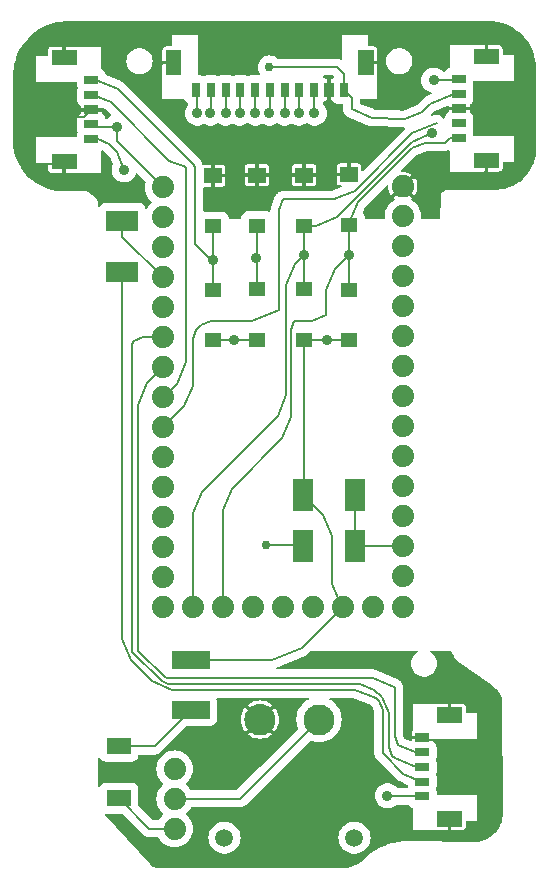
<source format=gbr>
G04 --- HEADER BEGIN --- *
G04 #@! TF.GenerationSoftware,LibrePCB,LibrePCB,1.1.0*
G04 #@! TF.CreationDate,2024-04-23T21:01:02*
G04 #@! TF.ProjectId,motherboard (Version 1),d5d7f40e-06e5-483f-b774-8957b2c1e08f,version_2*
G04 #@! TF.Part,Single*
G04 #@! TF.SameCoordinates*
G04 #@! TF.FileFunction,Copper,L1,Top*
G04 #@! TF.FilePolarity,Positive*
%FSLAX66Y66*%
%MOMM*%
G01*
G75*
G04 --- HEADER END --- *
G04 --- APERTURE LIST BEGIN --- *
G04 #@! TA.AperFunction,ComponentPad*
%ADD10C,1.8796*%
G04 #@! TA.AperFunction,SMDPad,CuDef*
%ADD11R,1.47X1.27*%
%ADD12R,1.8X2.7*%
%ADD13R,3.2X1.5*%
%ADD14R,2.15X1.3*%
%ADD15R,1.2X0.8*%
%ADD16R,0.8X1.2*%
%ADD17R,1.3X2.15*%
G04 #@! TA.AperFunction,ComponentPad*
%ADD18C,1.508*%
%ADD19C,2.625*%
G04 #@! TA.AperFunction,SMDPad,CuDef*
%ADD20R,2.1X1.4*%
%ADD21R,2.7X1.8*%
G04 #@! TA.AperFunction,ViaPad*
%ADD22C,0.7564*%
%ADD23C,0.9064*%
G04 #@! TA.AperFunction,Conductor*
%ADD24C,0.2*%
%ADD25C,0.1524*%
%ADD26C,0.01*%
G04 #@! TD*
G04 --- APERTURE LIST END --- *
G04 --- BOARD BEGIN --- *
D10*
G04 #@! TO.N,PB1*
G04 #@! TO.C,J6*
G04 #@! TO.P,J6,11,11*
X13700000Y55500000D03*
G04 #@! TO.N,PB0*
G04 #@! TO.P,J6,12,12*
X13700000Y58040000D03*
G04 #@! TO.N,VCC*
G04 #@! TO.P,J6,14,14*
X13700000Y63120000D03*
G04 #@! TO.N,PB2*
G04 #@! TO.P,J6,10,10*
X13700000Y52960000D03*
G04 #@! TO.N,PB6*
G04 #@! TO.P,J6,2,2*
X13700000Y32640000D03*
G04 #@! TO.N,PD0*
G04 #@! TO.P,J6,3,3*
X13700000Y35180000D03*
G04 #@! TO.N,PD3*
G04 #@! TO.P,J6,5,5*
X13700000Y40260000D03*
G04 #@! TO.N,PD1*
G04 #@! TO.P,J6,7,7*
X13700000Y45340000D03*
G04 #@! TO.N,PB5*
G04 #@! TO.P,J6,1,1*
X13700000Y30100000D03*
G04 #@! TO.N,PB3*
G04 #@! TO.P,J6,9,9*
X13700000Y50420000D03*
G04 #@! TO.N,PE6*
G04 #@! TO.P,J6,13,13*
X13700000Y60580000D03*
G04 #@! TO.N,PB7*
G04 #@! TO.P,J6,4,4*
X13700000Y37720000D03*
G04 #@! TO.N,RST*
G04 #@! TO.P,J6,8,8*
X13700000Y47880000D03*
G04 #@! TO.N,PD2*
G04 #@! TO.P,J6,6,6*
X13700000Y42800000D03*
D11*
G04 #@! TO.N,MB2*
G04 #@! TO.C,D7*
G04 #@! TO.P,D7,C,C*
X25640000Y59860000D03*
G04 #@! TO.N,GND*
G04 #@! TO.P,D7,A,A*
X25640000Y64160000D03*
G04 #@! TO.N,BAT*
G04 #@! TO.C,D2*
G04 #@! TO.P,D2,C,C*
X21620000Y50190000D03*
G04 #@! TO.N,MA2*
G04 #@! TO.P,D2,A,A*
X21620000Y54490000D03*
D12*
G04 #@! TO.N,GND*
G04 #@! TO.C,R3*
G04 #@! TO.P,R3,2,2*
X25550000Y32750000D03*
G04 #@! TO.N,PD4*
G04 #@! TO.P,R3,1,1*
X29950000Y32750000D03*
D13*
G04 #@! TO.N,N$5*
G04 #@! TO.C,F1*
G04 #@! TO.P,F1,1,1*
X16040000Y18860000D03*
G04 #@! TO.N,BAT*
G04 #@! TO.P,F1,2,2*
X16040000Y23060000D03*
D10*
G04 #@! TO.N,PD7*
G04 #@! TO.C,J7*
G04 #@! TO.P,J7,11,11*
X34000000Y37800000D03*
G04 #@! TO.N,PD6*
G04 #@! TO.P,J7,12,12*
X34000000Y35260000D03*
G04 #@! TO.N,GND*
G04 #@! TO.P,J7,14,14*
X34000000Y30180000D03*
G04 #@! TO.N,PB4*
G04 #@! TO.P,J7,10,10*
X34000000Y40340000D03*
G04 #@! TO.N,PF0*
G04 #@! TO.P,J7,2,2*
X34000000Y60660000D03*
G04 #@! TO.N,PF1*
G04 #@! TO.P,J7,3,3*
X34000000Y58120000D03*
G04 #@! TO.N,PF5*
G04 #@! TO.P,J7,5,5*
X34000000Y53040000D03*
G04 #@! TO.N,PF7*
G04 #@! TO.P,J7,7,7*
X34000000Y47960000D03*
G04 #@! TO.N,GND*
G04 #@! TO.P,J7,1,1*
X34000000Y63200000D03*
G04 #@! TO.N,PC6*
G04 #@! TO.P,J7,9,9*
X34000000Y42880000D03*
G04 #@! TO.N,PD4*
G04 #@! TO.P,J7,13,13*
X34000000Y32720000D03*
G04 #@! TO.N,PF4*
G04 #@! TO.P,J7,4,4*
X34000000Y55580000D03*
G04 #@! TO.N,PC7*
G04 #@! TO.P,J7,8,8*
X34000000Y45420000D03*
G04 #@! TO.N,PF6*
G04 #@! TO.P,J7,6,6*
X34000000Y50500000D03*
D11*
G04 #@! TO.N,MA1*
G04 #@! TO.C,D4*
G04 #@! TO.P,D4,C,C*
X17940000Y59810000D03*
G04 #@! TO.N,GND*
G04 #@! TO.P,D4,A,A*
X17940000Y64110000D03*
D14*
G04 #@! TO.C,J1*
G04 #@! TO.P,J1,S1,SHIELD1*
X41065000Y74210000D03*
D15*
G04 #@! TO.N,MB2*
G04 #@! TO.P,J1,5,5*
X38770000Y72310000D03*
G04 #@! TO.N,PD1*
G04 #@! TO.P,J1,2,2*
X38770000Y68560000D03*
G04 #@! TO.N,MB1*
G04 #@! TO.P,J1,1,1*
X38770000Y67310000D03*
G04 #@! TO.N,VCC*
G04 #@! TO.P,J1,4,4*
X38770000Y71060000D03*
D14*
G04 #@! TO.N,GND*
G04 #@! TO.P,J1,S2,SHIELD2*
X41065000Y65410000D03*
D15*
G04 #@! TO.P,J1,3,3*
X38770000Y69810000D03*
D16*
G04 #@! TO.N,PB4*
G04 #@! TO.C,J3*
G04 #@! TO.P,J3,9,9*
X18990000Y71380000D03*
D17*
G04 #@! TO.N,GND*
G04 #@! TO.P,J3,S1,SHIELD1*
X14590000Y73675000D03*
D16*
G04 #@! TO.N,PF7*
G04 #@! TO.P,J3,8,8*
X20240000Y71380000D03*
G04 #@! TO.N,PD7*
G04 #@! TO.P,J3,10,10*
X17740000Y71380000D03*
D17*
G04 #@! TO.N,GND*
G04 #@! TO.P,J3,S2,SHIELD2*
X30890000Y73675000D03*
D16*
G04 #@! TO.N,VCC*
G04 #@! TO.P,J3,1,1*
X28990000Y71380000D03*
G04 #@! TO.N,GND*
G04 #@! TO.P,J3,2,2*
X27740000Y71380000D03*
G04 #@! TO.N,PF6*
G04 #@! TO.P,J3,7,7*
X21490000Y71380000D03*
G04 #@! TO.N,PF5*
G04 #@! TO.P,J3,6,6*
X22740000Y71380000D03*
G04 #@! TO.N,PF4*
G04 #@! TO.P,J3,5,5*
X23990000Y71380000D03*
G04 #@! TO.N,PD6*
G04 #@! TO.P,J3,11,11*
X16490000Y71380000D03*
G04 #@! TO.N,PF1*
G04 #@! TO.P,J3,4,4*
X25240000Y71380000D03*
G04 #@! TO.N,PF0*
G04 #@! TO.P,J3,3,3*
X26490000Y71380000D03*
D14*
G04 #@! TO.N,GND*
G04 #@! TO.C,J2*
G04 #@! TO.P,J2,S1,SHIELD1*
X5335000Y65290000D03*
D15*
G04 #@! TO.N,MA2*
G04 #@! TO.P,J2,5,5*
X7630000Y67190000D03*
G04 #@! TO.N,PD2*
G04 #@! TO.P,J2,2,2*
X7630000Y70940000D03*
G04 #@! TO.N,MA1*
G04 #@! TO.P,J2,1,1*
X7630000Y72190000D03*
G04 #@! TO.N,VCC*
G04 #@! TO.P,J2,4,4*
X7630000Y68440000D03*
D14*
G04 #@! TO.N,GND*
G04 #@! TO.P,J2,S2,SHIELD2*
X5335000Y74090000D03*
D15*
G04 #@! TO.P,J2,3,3*
X7630000Y69690000D03*
D11*
G04 #@! TO.N,MA2*
G04 #@! TO.C,D3*
G04 #@! TO.P,D3,C,C*
X21640000Y59860000D03*
G04 #@! TO.N,GND*
G04 #@! TO.P,D3,A,A*
X21640000Y64160000D03*
D10*
G04 #@! TO.N,MA1*
G04 #@! TO.C,J8*
G04 #@! TO.P,J8,5,5*
X23840000Y27600000D03*
G04 #@! TO.N,GND*
G04 #@! TO.P,J8,2,2*
X31460000Y27600000D03*
G04 #@! TO.N,BAT*
G04 #@! TO.P,J8,3,3*
X28920000Y27600000D03*
G04 #@! TO.N,MA2*
G04 #@! TO.P,J8,6,6*
X21300000Y27600000D03*
G04 #@! TO.N,GND*
G04 #@! TO.P,J8,1,1*
X34000000Y27600000D03*
G04 #@! TO.N,VCC*
G04 #@! TO.P,J8,4,4*
X26380000Y27600000D03*
G04 #@! TO.N,MB1*
G04 #@! TO.P,J8,7,7*
X18760000Y27600000D03*
G04 #@! TO.N,MB2*
G04 #@! TO.P,J8,8,8*
X16220000Y27600000D03*
G04 #@! TO.N,GND*
G04 #@! TO.P,J8,9,9*
X13680000Y27600000D03*
D11*
G04 #@! TO.N,BAT*
G04 #@! TO.C,D9*
G04 #@! TO.P,D9,C,C*
X29440000Y50160000D03*
G04 #@! TO.N,MB1*
G04 #@! TO.P,D9,A,A*
X29440000Y54460000D03*
D14*
G04 #@! TO.N,GND*
G04 #@! TO.C,J5*
G04 #@! TO.P,J5,S1,SHIELD1*
X37945000Y18450000D03*
D15*
G04 #@! TO.P,J5,5,5*
X35650000Y16550000D03*
G04 #@! TO.N,N$8*
G04 #@! TO.P,J5,2,2*
X35650000Y12800000D03*
G04 #@! TO.N,VCC*
G04 #@! TO.P,J5,1,1*
X35650000Y11550000D03*
G04 #@! TO.N,RST*
G04 #@! TO.P,J5,4,4*
X35650000Y15300000D03*
D14*
G04 #@! TO.N,GND*
G04 #@! TO.P,J5,S2,SHIELD2*
X37945000Y9650000D03*
D15*
G04 #@! TO.N,PB3*
G04 #@! TO.P,J5,3,3*
X35650000Y14050000D03*
D18*
G04 #@! TO.N,N/C*
G04 #@! TO.C,J4*
G04 #@! TO.P,J4,3*
X29900000Y8060000D03*
G04 #@! TO.P,J4,4*
X18900000Y8060000D03*
D19*
G04 #@! TO.N,GND*
G04 #@! TO.P,J4,-,-*
X21900000Y18060000D03*
G04 #@! TO.N,N$1*
G04 #@! TO.P,J4,+,+*
X26900000Y18060000D03*
D11*
G04 #@! TO.N,MB1*
G04 #@! TO.C,D8*
G04 #@! TO.P,D8,C,C*
X29440000Y59910000D03*
G04 #@! TO.N,GND*
G04 #@! TO.P,D8,A,A*
X29440000Y64210000D03*
D10*
G04 #@! TO.N,N$1*
G04 #@! TO.C,S1*
G04 #@! TO.P,S1,2,P*
X14680000Y11350000D03*
G04 #@! TO.N,N/C*
G04 #@! TO.P,S1,3,S*
X14680000Y13890000D03*
G04 #@! TO.N,N$4*
G04 #@! TO.P,S1,1,O*
X14680000Y8810000D03*
D12*
G04 #@! TO.N,PD4*
G04 #@! TO.C,R2*
G04 #@! TO.P,R2,2,2*
X29950000Y37070000D03*
G04 #@! TO.N,BAT*
G04 #@! TO.P,R2,1,1*
X25550000Y37070000D03*
D11*
G04 #@! TO.C,D5*
G04 #@! TO.P,D5,C,C*
X17940000Y50160000D03*
G04 #@! TO.N,MA1*
G04 #@! TO.P,D5,A,A*
X17940000Y54460000D03*
G04 #@! TO.N,BAT*
G04 #@! TO.C,D6*
G04 #@! TO.P,D6,C,C*
X25640000Y50210000D03*
G04 #@! TO.N,MB2*
G04 #@! TO.P,D6,A,A*
X25640000Y54510000D03*
D20*
G04 #@! TO.N,N$5*
G04 #@! TO.C,D1*
G04 #@! TO.P,D1,K,K*
X9950000Y15800000D03*
G04 #@! TO.N,N$4*
G04 #@! TO.P,D1,A,A*
X9950000Y11400000D03*
D21*
G04 #@! TO.N,N$8*
G04 #@! TO.C,R1*
G04 #@! TO.P,R1,2,2*
X10250000Y55910000D03*
G04 #@! TO.N,PB1*
G04 #@! TO.P,R1,1,1*
X10250000Y60310000D03*
D22*
G04 #@! TD.C*
G04 #@! TD.P*
G04 #@! TO.N,VCC*
X22700000Y73300000D03*
D23*
X9800000Y68200000D03*
D24*
X29658750Y70711250D02*
X28990000Y71380000D01*
X36316050Y70216050D02*
X35600000Y69500000D01*
X8209412Y68200000D02*
X7630000Y68440000D01*
X34151472Y68900000D02*
X31400000Y69000000D01*
X31400000Y69000000D02*
X29658750Y69721250D01*
X38353525Y71060000D02*
X36316050Y70216050D01*
X26734316Y73300000D02*
X28400000Y73300000D01*
X28990000Y71380000D02*
X29000000Y72700000D01*
X9800000Y68200000D02*
X8209412Y68200000D01*
X35600000Y69500000D02*
X34151472Y68900000D01*
X28400000Y73300000D02*
X29000000Y72700000D01*
X9800000Y68200000D02*
X9800000Y67020000D01*
X29658750Y69721250D02*
X29658750Y70711250D01*
X26734316Y73300000D02*
X22700000Y73300000D01*
X38770000Y71060000D02*
X38353525Y71060000D01*
X9800000Y67020000D02*
X13700000Y63120000D01*
D23*
G04 #@! TO.N,MB1*
X29400000Y57400000D03*
D25*
X37610000Y66910000D02*
X38010000Y67310000D01*
D24*
X34766050Y66466050D02*
X30183950Y61883950D01*
X19500000Y37600000D02*
X18760000Y35813481D01*
X29340000Y57255147D02*
X29400000Y57400000D01*
X29400000Y57400000D02*
X28243950Y56243950D01*
X24800000Y51800000D02*
X24500000Y51075734D01*
X24500000Y51075734D02*
X24500000Y43652103D01*
X27500000Y52300000D02*
X26292894Y51800000D01*
D25*
X38010000Y67310000D02*
X38770000Y67310000D01*
D24*
X29440000Y59910000D02*
X29440000Y57440000D01*
X29440000Y57440000D02*
X29400000Y57400000D01*
X29440000Y54460000D02*
X29440000Y57360000D01*
X29340000Y57255147D02*
X29400000Y57400000D01*
X28243950Y56243950D02*
X27500000Y54447897D01*
D25*
X35837841Y66910000D02*
X37610000Y66910000D01*
D24*
X29440000Y60087897D02*
X29440000Y59910000D01*
X34766050Y66466050D02*
X35837841Y66910000D01*
X26292894Y51800000D02*
X24800000Y51800000D01*
X27500000Y54447897D02*
X27500000Y52300000D01*
X18760000Y35813481D02*
X18760000Y27600000D01*
X30183950Y61883950D02*
X29440000Y60087897D01*
X29440000Y57360000D02*
X29400000Y57400000D01*
X24500000Y43652103D02*
X23756050Y41856050D01*
X23756050Y41856050D02*
X19500000Y37600000D01*
D25*
G04 #@! TO.N,GND*
X41065000Y74335000D02*
X41065000Y74210000D01*
X35985163Y16550000D02*
X35650000Y16550000D01*
X36981200Y16318800D02*
X36216363Y16318800D01*
X36216363Y16318800D02*
X35985163Y16550000D01*
X35650000Y16550000D02*
X35800000Y16550000D01*
D24*
X35800000Y16550000D02*
X35951506Y16550000D01*
D25*
X38100000Y15200000D02*
X36981200Y16318800D01*
D24*
G04 #@! TO.N,PB1*
X10250000Y58950000D02*
X10250000Y60310000D01*
X13700000Y55500000D02*
X10250000Y58950000D01*
D22*
G04 #@! TO.N,GND*
X40800000Y14200000D03*
D24*
G04 #@! TO.N,PD1*
X14856050Y46496050D02*
X13700000Y45340000D01*
X14234316Y65365684D02*
X15600000Y64800000D01*
X7807897Y70940000D02*
X9262528Y70337472D01*
X15600000Y64800000D02*
X15600000Y48292103D01*
X15600000Y48292103D02*
X14856050Y46496050D01*
X9262528Y70337472D02*
X14234316Y65365684D01*
D23*
G04 #@! TO.N,PF4*
X24000000Y69400000D03*
D25*
X23990000Y71380000D02*
X23990000Y69524141D01*
X23990000Y69510000D02*
X24000000Y69500000D01*
X23990000Y69410000D02*
X23990000Y69510000D01*
X24000000Y69400000D02*
X23990000Y69410000D01*
X23990000Y69524141D02*
X23990000Y69510000D01*
D24*
X24000000Y69500000D02*
X23990000Y69524141D01*
D23*
G04 #@! TO.N,PB4*
X19000000Y69400000D03*
D24*
X18990000Y69424141D02*
X19000000Y69400000D01*
X18990000Y71380000D02*
X18990000Y69424141D01*
D23*
G04 #@! TO.N,PD7*
X17700000Y69400000D03*
D24*
X17740000Y71380000D02*
X17740000Y69496569D01*
X17740000Y69496569D02*
X17700000Y69400000D01*
D25*
G04 #@! TO.N,GND*
X5335000Y65290000D02*
X4524838Y65290000D01*
X2926363Y65058800D02*
X2878800Y65106363D01*
X4524838Y65290000D02*
X4293638Y65058800D01*
X4293638Y65058800D02*
X2926363Y65058800D01*
X2878800Y67373638D02*
X4573763Y69068600D01*
X7008600Y69068600D02*
X7630000Y69690000D01*
X4573763Y69068600D02*
X7008600Y69068600D01*
X2878800Y65106363D02*
X2878800Y67373638D01*
D22*
X29300000Y66900000D03*
D23*
G04 #@! TO.N,PF6*
X21500000Y69400000D03*
D24*
X21490000Y69424141D02*
X21500000Y69400000D01*
X21490000Y71380000D02*
X21490000Y69424141D01*
D23*
G04 #@! TO.N,MA1*
X17900000Y57000000D03*
D24*
X7630000Y72190000D02*
X8057897Y72190000D01*
X9853950Y71446050D02*
X16300000Y65000000D01*
X16400000Y58300000D02*
X17558578Y57141422D01*
X17940000Y54460000D02*
X17940000Y57096569D01*
X17940000Y57096569D02*
X17900000Y57000000D01*
X16300000Y65000000D02*
X16400000Y64758578D01*
X8057897Y72190000D02*
X9853950Y71446050D01*
X16400000Y64758578D02*
X16400000Y58300000D01*
X17558578Y57141422D02*
X17900000Y57000000D01*
X17940000Y59810000D02*
X17940000Y57096569D01*
D23*
G04 #@! TO.N,PF7*
X20200000Y69400000D03*
D24*
X20240000Y69496569D02*
X20200000Y69400000D01*
X20240000Y71380000D02*
X20240000Y69496569D01*
D22*
G04 #@! TO.N,GND*
X36800000Y75200000D03*
X9800000Y75100000D03*
D23*
G04 #@! TO.N,MA2*
X21600000Y57100000D03*
X10400000Y64600000D03*
D24*
X8158456Y67190000D02*
X9100000Y66800000D01*
X21620000Y54490000D02*
X21620000Y57051716D01*
X21640000Y57196569D02*
X21600000Y57100000D01*
X9763603Y66136397D02*
X10400000Y64600000D01*
D25*
X21640000Y57140000D02*
X21640000Y59860000D01*
D24*
X9100000Y66800000D02*
X9763603Y66136397D01*
D25*
X21600000Y57100000D02*
X21640000Y57140000D01*
D24*
X21620000Y57051716D02*
X21600000Y57100000D01*
X7630000Y67190000D02*
X8158456Y67190000D01*
D23*
G04 #@! TO.N,VCC*
X32700000Y11600000D03*
D24*
X35650000Y11550000D02*
X32820709Y11550000D01*
X32820709Y11550000D02*
X32700000Y11600000D01*
G04 #@! TO.N,N$4*
X14680000Y8810000D02*
X12540000Y8810000D01*
X12540000Y8810000D02*
X9950000Y11400000D01*
G04 #@! TO.N,PD4*
X33927575Y32750000D02*
X34000000Y32720000D01*
X29950000Y32750000D02*
X33927575Y32750000D01*
X29950000Y37070000D02*
X29950000Y32750000D01*
D25*
G04 #@! TO.N,GND*
X30890000Y73664838D02*
X30890000Y73675000D01*
D24*
X37945000Y18450000D02*
X38721506Y18450000D01*
D23*
G04 #@! TO.N,PF1*
X25200000Y69400000D03*
D24*
X25240000Y69496569D02*
X25200000Y69400000D01*
X25240000Y71380000D02*
X25240000Y69496569D01*
D22*
G04 #@! TO.N,GND*
X22400000Y32800000D03*
D25*
X22400000Y32800000D02*
X25500000Y32800000D01*
X25500000Y32800000D02*
X25550000Y32750000D01*
D24*
G04 #@! TO.N,PD2*
X28147897Y62100000D02*
X23865684Y62100000D01*
X23500000Y52732853D02*
X21247897Y51800000D01*
X16200000Y46300000D02*
X15492894Y44592894D01*
X21247897Y51800000D02*
X17800000Y51800000D01*
X16200000Y50275734D02*
X16200000Y46300000D01*
X15492894Y44592894D02*
X13700000Y42800000D01*
X29943950Y62843950D02*
X28147897Y62100000D01*
X23500000Y61217156D02*
X23500000Y52732853D01*
X34816050Y67716050D02*
X29943950Y62843950D01*
X16500000Y51000000D02*
X16200000Y50275734D01*
X17800000Y51800000D02*
X16946447Y51446447D01*
X23865684Y62100000D02*
X23500000Y61217156D01*
X34816050Y67716050D02*
X36853525Y68560000D01*
X16946447Y51446447D02*
X16500000Y51000000D01*
D23*
G04 #@! TO.N,PF5*
X22700000Y69400000D03*
D25*
X22740000Y69440000D02*
X22700000Y69400000D01*
X22740000Y71380000D02*
X22740000Y69440000D01*
D23*
G04 #@! TO.N,BAT*
X27600000Y50200000D03*
X19700000Y50200000D03*
D25*
X25640000Y50210000D02*
X27590000Y50210000D01*
D24*
X28000000Y29572103D02*
X28743950Y27776050D01*
X28000000Y33567897D02*
X28000000Y29572103D01*
X16040000Y23060000D02*
X22903631Y23060000D01*
D25*
X27590000Y50210000D02*
X27600000Y50200000D01*
D24*
X28743950Y27776050D02*
X28920000Y27600000D01*
D25*
X29440000Y50160000D02*
X27640000Y50160000D01*
X27640000Y50160000D02*
X27600000Y50200000D01*
D24*
X22903631Y23060000D02*
X25423950Y24103950D01*
X25423950Y24103950D02*
X28920000Y27600000D01*
D25*
X19690000Y50190000D02*
X19660000Y50160000D01*
D24*
X27256050Y35363950D02*
X28000000Y33567897D01*
D25*
X19690000Y50190000D02*
X19700000Y50200000D01*
X17940000Y50160000D02*
X19660000Y50160000D01*
X21620000Y50190000D02*
X19690000Y50190000D01*
D24*
X25550000Y37070000D02*
X27256050Y35363950D01*
X25640000Y37287278D02*
X25550000Y37070000D01*
X25640000Y50210000D02*
X25640000Y37287278D01*
D25*
G04 #@! TO.N,GND*
X21640000Y64160000D02*
X21690000Y64210000D01*
X21590000Y64110000D02*
X21640000Y64160000D01*
X25590000Y64110000D02*
X25640000Y64160000D01*
D24*
G04 #@! TO.N,N$5*
X16040000Y18860000D02*
X12980000Y15800000D01*
X12980000Y15800000D02*
X9950000Y15800000D01*
D23*
G04 #@! TO.N,MB2*
X36500000Y67700000D03*
X36600000Y72200000D03*
X25600000Y57400000D03*
D24*
X38504453Y72200000D02*
X36600000Y72200000D01*
X28403950Y60603950D02*
X26607897Y59860000D01*
X24100000Y45500000D02*
X23392894Y43792894D01*
X36500000Y67700000D02*
X34792894Y66992894D01*
X23392894Y43792894D02*
X16963950Y37363950D01*
X25600000Y57400000D02*
X24843950Y56643950D01*
X25640000Y59860000D02*
X25640000Y57440000D01*
X16963950Y37363950D02*
X16220000Y35567897D01*
X25640000Y57360000D02*
X25600000Y57400000D01*
X25640000Y57440000D02*
X25600000Y57400000D01*
X16220000Y35567897D02*
X16220000Y27600000D01*
X24100000Y54847897D02*
X24100000Y45500000D01*
X34792894Y66992894D02*
X28403950Y60603950D01*
X25640000Y54510000D02*
X25640000Y57360000D01*
X24843950Y56643950D02*
X24100000Y54847897D01*
X38770000Y72310000D02*
X38504453Y72200000D01*
X26607897Y59860000D02*
X25640000Y59860000D01*
D23*
G04 #@! TO.N,PF0*
X26500000Y69400000D03*
D24*
X26490000Y69424141D02*
X26500000Y69400000D01*
X26490000Y71380000D02*
X26490000Y69424141D01*
D23*
G04 #@! TO.N,PD6*
X16600000Y69400000D03*
D24*
X16600000Y71114438D02*
X16600000Y69400000D01*
X16490000Y71380000D02*
X16600000Y71114438D01*
G04 #@! TO.N,PB3*
X35650000Y14050000D02*
X35102103Y14050000D01*
X33306050Y14793950D02*
X33100000Y15000000D01*
X14100000Y21100000D02*
X13587869Y21312131D01*
X32800000Y15724266D02*
X32800000Y18600000D01*
X13700000Y50420000D02*
X11972547Y50420000D01*
X32234316Y19965684D02*
X31600000Y20600000D01*
X31600000Y20600000D02*
X30392894Y21100000D01*
X30392894Y21100000D02*
X14100000Y21100000D01*
X11200000Y50100000D02*
X11100000Y49858578D01*
X33100000Y15000000D02*
X32800000Y15724266D01*
X11100000Y49858578D02*
X11100000Y23800000D01*
X35102103Y14050000D02*
X33306050Y14793950D01*
X32800000Y18600000D02*
X32234316Y19965684D01*
X11100000Y23800000D02*
X13587869Y21312131D01*
X11972547Y50420000D02*
X11200000Y50100000D01*
G04 #@! TO.N,N$8*
X32300000Y18875734D02*
X32300000Y15200000D01*
X10250000Y24902103D02*
X10993950Y23106050D01*
X32000000Y19600000D02*
X32300000Y18875734D01*
X12800000Y21300000D02*
X14489950Y20600000D01*
X29947897Y20600000D02*
X31743950Y19856050D01*
X10993950Y23106050D02*
X12800000Y21300000D01*
X31743950Y19856050D02*
X32000000Y19600000D01*
X10250000Y55910000D02*
X10250000Y24902103D01*
X32300000Y15200000D02*
X34028250Y13471750D01*
X34028250Y13471750D02*
X35650000Y12800000D01*
X14489950Y20600000D02*
X29947897Y20600000D01*
G04 #@! TO.N,N$1*
X14680000Y11350000D02*
X20190000Y11350000D01*
X20190000Y11350000D02*
X26900000Y18060000D01*
G04 #@! TO.N,RST*
X35650000Y15300000D02*
X35048528Y15300000D01*
X11600000Y44727897D02*
X12343950Y46523950D01*
X11600000Y23900000D02*
X11600000Y44727897D01*
X33600000Y15900000D02*
X33300000Y16624266D01*
X13829291Y21670709D02*
X11600000Y23900000D01*
X33300000Y20800000D02*
X33243950Y20856050D01*
X31447897Y21600000D02*
X14000000Y21600000D01*
X14000000Y21600000D02*
X13829291Y21670709D01*
X33243950Y20856050D02*
X31447897Y21600000D01*
X33300000Y16624266D02*
X33300000Y20800000D01*
X35048528Y15300000D02*
X33600000Y15900000D01*
X12343950Y46523950D02*
X13700000Y47880000D01*
D26*
G04 #@! TA.AperFunction,Conductor*
G04 #@! TO.N,GND*
G36*
X1006483Y66901492D02*
X1006721Y66894848D01*
X1035575Y66532200D01*
X1036391Y66525603D01*
X1096742Y66166858D01*
X1098130Y66160357D01*
X1189515Y65808249D01*
X1191464Y65801893D01*
X1313192Y65459081D01*
X1315687Y65452920D01*
X1466833Y65122011D01*
X1469856Y65116091D01*
X1649259Y64799633D01*
X1652787Y64793998D01*
X1859103Y64494359D01*
X1863108Y64489054D01*
X2094736Y64208557D01*
X2099188Y64203621D01*
X2354390Y63944371D01*
X2359256Y63939841D01*
X2636084Y63703819D01*
X2641325Y63699731D01*
X2937681Y63488727D01*
X2943259Y63485112D01*
X3256857Y63300750D01*
X3262730Y63297634D01*
X3591206Y63141306D01*
X3597327Y63138714D01*
X3938192Y63011604D01*
X3944516Y63009555D01*
X4295134Y62912643D01*
X4301612Y62911153D01*
X4659391Y62845161D01*
X4665975Y62844242D01*
X5025400Y62809945D01*
X5032638Y62809600D01*
X6997551Y62809600D01*
X7002429Y62809287D01*
X7148987Y62790400D01*
X7159675Y62787382D01*
X7335266Y62708511D01*
X7340773Y62705466D01*
X7936113Y62308572D01*
X7939985Y62305617D01*
X8052005Y62208124D01*
X8058449Y62200871D01*
X8140712Y62080188D01*
X8145104Y62071544D01*
X8194218Y61933562D01*
X8196199Y61924881D01*
X8209383Y61802023D01*
X8209600Y61797966D01*
X8209600Y61514101D01*
X8228944Y61463369D01*
X8277154Y61438394D01*
X8329754Y61451857D01*
X8349561Y61475255D01*
X8350769Y61474496D01*
X8421122Y61586461D01*
X8426417Y61593100D01*
X8516900Y61683583D01*
X8523539Y61688878D01*
X8631885Y61756957D01*
X8639538Y61760642D01*
X8760315Y61802904D01*
X8768599Y61804795D01*
X8897881Y61819361D01*
X8902134Y61819600D01*
X11597866Y61819600D01*
X11602119Y61819361D01*
X11731401Y61804795D01*
X11739685Y61802904D01*
X11860462Y61760642D01*
X11868115Y61756957D01*
X11976461Y61688878D01*
X11983100Y61683583D01*
X12073583Y61593100D01*
X12078878Y61586461D01*
X12146957Y61478115D01*
X12150642Y61470462D01*
X12192904Y61349685D01*
X12194796Y61341394D01*
X12194851Y61340908D01*
X12194952Y61340713D01*
X12195748Y61337224D01*
X12196647Y61337429D01*
X12219756Y61292662D01*
X12270460Y61273245D01*
X12335540Y61309630D01*
X12444943Y61488159D01*
X12448455Y61492993D01*
X12602460Y61673309D01*
X12606691Y61677540D01*
X12740774Y61792058D01*
X12766789Y61839715D01*
X12740774Y61907942D01*
X12606691Y62022460D01*
X12602460Y62026691D01*
X12448455Y62207007D01*
X12444943Y62211841D01*
X12321035Y62414039D01*
X12318331Y62419345D01*
X12227580Y62638440D01*
X12225733Y62644123D01*
X12170374Y62874714D01*
X12169441Y62880601D01*
X12150835Y63117014D01*
X12150835Y63122986D01*
X12169441Y63359399D01*
X12170374Y63365286D01*
X12214777Y63550241D01*
X12194564Y63621910D01*
X11529094Y64287380D01*
X11479542Y64309575D01*
X11427793Y64293145D01*
X11401923Y64254353D01*
X11391995Y64219460D01*
X11389461Y64212919D01*
X11305181Y64043662D01*
X11301486Y64037694D01*
X11187540Y63886805D01*
X11182820Y63881626D01*
X11043078Y63754235D01*
X11037492Y63750017D01*
X10876723Y63650472D01*
X10870450Y63647349D01*
X10694128Y63579042D01*
X10687393Y63577126D01*
X10501520Y63542380D01*
X10494544Y63541734D01*
X10305456Y63541734D01*
X10298480Y63542380D01*
X10112607Y63577126D01*
X10105872Y63579042D01*
X9929550Y63647349D01*
X9923277Y63650472D01*
X9762508Y63750017D01*
X9756922Y63754235D01*
X9617180Y63881626D01*
X9612460Y63886805D01*
X9498514Y64037694D01*
X9494819Y64043662D01*
X9410539Y64212919D01*
X9408004Y64219463D01*
X9356259Y64401325D01*
X9354971Y64408215D01*
X9337525Y64596493D01*
X9337525Y64603507D01*
X9354971Y64791785D01*
X9356259Y64798675D01*
X9408004Y64980535D01*
X9410539Y64987078D01*
X9428404Y65022957D01*
X9430592Y65086082D01*
X9167833Y65720437D01*
X9151315Y65745158D01*
X8708761Y66187712D01*
X8684040Y66204230D01*
X8571124Y66251002D01*
X8501420Y66245121D01*
X8498108Y66243040D01*
X8490460Y66239356D01*
X8481033Y66236058D01*
X8439536Y66201045D01*
X8430000Y66164135D01*
X8430000Y64354035D01*
X8426901Y64345907D01*
X8413714Y64340000D01*
X5499040Y64340000D01*
X5490912Y64343099D01*
X5485005Y64356286D01*
X5485005Y64640000D01*
X6410000Y64640000D01*
X6410000Y65940000D01*
X4260000Y65940000D01*
X4260000Y64640000D01*
X5184995Y64640000D01*
X5184995Y64354035D01*
X5181896Y64345907D01*
X5168709Y64340000D01*
X4262992Y64340000D01*
X4257046Y64340468D01*
X4173218Y64353745D01*
X4161952Y64357405D01*
X4089005Y64394574D01*
X4079425Y64401534D01*
X4021534Y64459425D01*
X4014574Y64469005D01*
X3977405Y64541952D01*
X3973745Y64553218D01*
X3960468Y64637046D01*
X3960000Y64642992D01*
X3960000Y65063801D01*
X3940656Y65114533D01*
X3883801Y65140000D01*
X2974035Y65140000D01*
X2965907Y65143099D01*
X2960000Y65156286D01*
X2960000Y67325965D01*
X2963099Y67334093D01*
X2976286Y67340000D01*
X6344201Y67340000D01*
X6394933Y67359344D01*
X6420400Y67416199D01*
X6420400Y67587866D01*
X6420639Y67592119D01*
X6435205Y67721401D01*
X6437096Y67729685D01*
X6458143Y67789833D01*
X6458143Y67840167D01*
X6437096Y67900315D01*
X6435205Y67908599D01*
X6420639Y68037881D01*
X6420400Y68042134D01*
X6420400Y68837866D01*
X6420639Y68842119D01*
X6435205Y68971401D01*
X6437096Y68979685D01*
X6479358Y69100462D01*
X6483043Y69108115D01*
X6551122Y69216461D01*
X6556417Y69223100D01*
X6646900Y69313583D01*
X6653539Y69318878D01*
X6694342Y69344516D01*
X6730000Y69409035D01*
X6730000Y69525960D01*
X6733099Y69534088D01*
X6746286Y69539995D01*
X7030000Y69539995D01*
X7030000Y69290000D01*
X8230000Y69290000D01*
X8230000Y69539995D01*
X8515965Y69539995D01*
X8524093Y69536896D01*
X8530000Y69523709D01*
X8530000Y69409035D01*
X8565658Y69344516D01*
X8606461Y69318878D01*
X8613100Y69313583D01*
X8703583Y69223100D01*
X8708878Y69216461D01*
X8776957Y69108115D01*
X8780642Y69100462D01*
X8822903Y68979686D01*
X8825379Y68968841D01*
X8855528Y68923686D01*
X8899667Y68909600D01*
X8978036Y68909600D01*
X9029371Y68929487D01*
X9156922Y69045765D01*
X9162508Y69049983D01*
X9317864Y69146176D01*
X9350814Y69189330D01*
X9331631Y69264843D01*
X8871290Y69725184D01*
X8846569Y69741702D01*
X8589950Y69847997D01*
X8529640Y69847139D01*
X8513714Y69840005D01*
X8230000Y69840005D01*
X8230000Y70090000D01*
X7030000Y70090000D01*
X7030000Y69840005D01*
X6744035Y69840005D01*
X6735907Y69843104D01*
X6730000Y69856291D01*
X6730000Y69970965D01*
X6694342Y70035484D01*
X6653539Y70061122D01*
X6646900Y70066417D01*
X6556417Y70156900D01*
X6551122Y70163539D01*
X6483043Y70271885D01*
X6479358Y70279538D01*
X6437096Y70400315D01*
X6435205Y70408599D01*
X6420639Y70537881D01*
X6420400Y70542134D01*
X6420400Y71337866D01*
X6420639Y71342119D01*
X6435205Y71471401D01*
X6437096Y71479685D01*
X6458143Y71539833D01*
X6458143Y71590167D01*
X6437096Y71650315D01*
X6435205Y71658599D01*
X6420639Y71787881D01*
X6420400Y71792134D01*
X6420400Y71963801D01*
X6401056Y72014533D01*
X6344201Y72040000D01*
X2974035Y72040000D01*
X2965907Y72043099D01*
X2960000Y72056286D01*
X2960000Y74225965D01*
X2963099Y74234093D01*
X2976286Y74240000D01*
X3883801Y74240000D01*
X3934533Y74259344D01*
X3960000Y74316199D01*
X3960000Y74737008D01*
X3960468Y74742954D01*
X3973745Y74826782D01*
X3977405Y74838048D01*
X4014574Y74910995D01*
X4021534Y74920575D01*
X4079425Y74978466D01*
X4089005Y74985426D01*
X4161952Y75022595D01*
X4173218Y75026255D01*
X4257046Y75039532D01*
X4262992Y75040000D01*
X5170960Y75040000D01*
X5179088Y75036901D01*
X5184995Y75023714D01*
X5184995Y74740000D01*
X4260000Y74740000D01*
X4260000Y73440000D01*
X6410000Y73440000D01*
X6410000Y74740000D01*
X5485005Y74740000D01*
X5485005Y75025965D01*
X5488104Y75034093D01*
X5501291Y75040000D01*
X8415965Y75040000D01*
X8424093Y75036901D01*
X8430000Y75023714D01*
X8430000Y73215865D01*
X8449344Y73165133D01*
X8481033Y73143942D01*
X8490460Y73140644D01*
X8498115Y73136957D01*
X8606461Y73068878D01*
X8613100Y73063583D01*
X8703583Y72973100D01*
X8708878Y72966461D01*
X8776957Y72858115D01*
X8780642Y72850462D01*
X8822901Y72729692D01*
X8824796Y72721392D01*
X8829334Y72681108D01*
X8875894Y72619239D01*
X10123524Y72102454D01*
X10127376Y72100599D01*
X10175838Y72073815D01*
X10179635Y72071853D01*
X10227627Y72048741D01*
X10234821Y72044220D01*
X10242072Y72038438D01*
X10252725Y72031320D01*
X10260832Y72026840D01*
X10267765Y72021920D01*
X10307447Y71986458D01*
X10310713Y71983700D01*
X10354035Y71949152D01*
X10357226Y71946300D01*
X11601138Y70702388D01*
X11601138Y72695133D01*
X11594162Y72695779D01*
X11399807Y72732111D01*
X11393054Y72734033D01*
X11208697Y72805453D01*
X11202415Y72808581D01*
X11034305Y72912670D01*
X11028719Y72916888D01*
X10882595Y73050097D01*
X10877875Y73055276D01*
X10758724Y73213057D01*
X10755029Y73219025D01*
X10666899Y73396013D01*
X10664364Y73402557D01*
X10610256Y73592726D01*
X10608968Y73599616D01*
X10590725Y73796493D01*
X10590725Y73803507D01*
X10608968Y74000384D01*
X10610256Y74007274D01*
X10664364Y74197443D01*
X10666899Y74203987D01*
X10755029Y74380975D01*
X10758724Y74386943D01*
X10877875Y74544724D01*
X10882595Y74549903D01*
X11028719Y74683112D01*
X11034305Y74687330D01*
X11202415Y74791419D01*
X11208697Y74794547D01*
X11393054Y74865967D01*
X11399807Y74867889D01*
X11594162Y74904221D01*
X11601138Y74904867D01*
X11798862Y74904867D01*
X11805838Y74904221D01*
X12000193Y74867889D01*
X12006946Y74865967D01*
X12191303Y74794547D01*
X12197585Y74791419D01*
X12365695Y74687330D01*
X12371281Y74683112D01*
X12517405Y74549903D01*
X12522125Y74544724D01*
X12641276Y74386943D01*
X12644971Y74380975D01*
X12733101Y74203987D01*
X12735636Y74197443D01*
X12789744Y74007274D01*
X12791032Y74000384D01*
X12809275Y73803507D01*
X12809275Y73796493D01*
X12791032Y73599616D01*
X12789744Y73592726D01*
X12735636Y73402557D01*
X12733101Y73396013D01*
X12644971Y73219025D01*
X12641276Y73213057D01*
X12522125Y73055276D01*
X12517405Y73050097D01*
X12371281Y72916888D01*
X12365695Y72912670D01*
X12197585Y72808581D01*
X12191303Y72805453D01*
X12006946Y72734033D01*
X12000193Y72732111D01*
X11805838Y72695779D01*
X11798862Y72695133D01*
X11601138Y72695133D01*
X11601138Y70702388D01*
X16800253Y65503273D01*
X16803096Y65500091D01*
X16837632Y65456785D01*
X16840390Y65453519D01*
X16875868Y65413819D01*
X16880794Y65406876D01*
X16885272Y65398773D01*
X16892391Y65388119D01*
X16898168Y65380876D01*
X16902694Y65373674D01*
X16925809Y65325674D01*
X16927771Y65321876D01*
X16954550Y65273423D01*
X16956404Y65269573D01*
X17036016Y65077375D01*
X17073302Y65037907D01*
X17118335Y65031274D01*
X17202046Y65044532D01*
X17207992Y65045000D01*
X17775960Y65045000D01*
X17784088Y65041901D01*
X17789995Y65028714D01*
X17789995Y64745000D01*
X17205000Y64745000D01*
X17205000Y63475000D01*
X17789995Y63475000D01*
X17789995Y63189035D01*
X17786896Y63180907D01*
X17773709Y63175000D01*
X17207992Y63175000D01*
X17202041Y63175468D01*
X17197717Y63176153D01*
X17144584Y63164982D01*
X17109600Y63100892D01*
X17109600Y61129118D01*
X17128944Y61078386D01*
X17194330Y61053398D01*
X17202879Y61054361D01*
X17207134Y61054600D01*
X18104040Y61054600D01*
X18104040Y63175000D01*
X18095912Y63178099D01*
X18090005Y63191286D01*
X18090005Y63475000D01*
X18675000Y63475000D01*
X18675000Y63959995D01*
X18675000Y64260005D01*
X18675000Y64745000D01*
X18090005Y64745000D01*
X18090005Y65030965D01*
X18093104Y65039093D01*
X18106291Y65045000D01*
X18672008Y65045000D01*
X18677954Y65044532D01*
X18761782Y65031255D01*
X18773048Y65027595D01*
X18845995Y64990426D01*
X18855575Y64983466D01*
X18913466Y64925575D01*
X18920426Y64915995D01*
X18957595Y64843048D01*
X18961255Y64831782D01*
X18974532Y64747954D01*
X18975000Y64742008D01*
X18975000Y64274040D01*
X18971901Y64265912D01*
X18958714Y64260005D01*
X18675000Y64260005D01*
X18675000Y63959995D01*
X18960965Y63959995D01*
X18969093Y63956896D01*
X18975000Y63943709D01*
X18975000Y63477992D01*
X18974532Y63472046D01*
X18961255Y63388218D01*
X18957595Y63376952D01*
X18920426Y63304005D01*
X18913466Y63294425D01*
X18855575Y63236534D01*
X18845995Y63229574D01*
X18773048Y63192405D01*
X18761782Y63188745D01*
X18677954Y63175468D01*
X18672008Y63175000D01*
X18104040Y63175000D01*
X18104040Y61054600D01*
X18672866Y61054600D01*
X18677119Y61054361D01*
X18806401Y61039795D01*
X18814685Y61037904D01*
X18935462Y60995642D01*
X18943115Y60991957D01*
X19051461Y60923878D01*
X19058100Y60918583D01*
X19148583Y60828100D01*
X19153878Y60821461D01*
X19221957Y60713115D01*
X19225642Y60705462D01*
X19267904Y60584685D01*
X19269795Y60576401D01*
X19282046Y60467667D01*
X19306949Y60419420D01*
X19357766Y60400000D01*
X20219201Y60400000D01*
X20269933Y60419344D01*
X20295400Y60476199D01*
X20295400Y60492866D01*
X20295639Y60497119D01*
X20310205Y60626401D01*
X20312096Y60634685D01*
X20354358Y60755462D01*
X20358043Y60763115D01*
X20426122Y60871461D01*
X20431417Y60878100D01*
X20521900Y60968583D01*
X20528539Y60973878D01*
X20636885Y61041957D01*
X20644538Y61045642D01*
X20765315Y61087904D01*
X20773599Y61089795D01*
X20902881Y61104361D01*
X20907134Y61104600D01*
X20907992Y61104600D01*
X20907992Y63225000D01*
X20902046Y63225468D01*
X20818218Y63238745D01*
X20806952Y63242405D01*
X20734005Y63279574D01*
X20724425Y63286534D01*
X20666534Y63344425D01*
X20659574Y63354005D01*
X20622405Y63426952D01*
X20618745Y63438218D01*
X20605468Y63522046D01*
X20605000Y63527992D01*
X20605000Y63995960D01*
X20608099Y64004088D01*
X20619035Y64008986D01*
X20619035Y64310005D01*
X20610907Y64313104D01*
X20605000Y64326291D01*
X20605000Y64792008D01*
X20605468Y64797954D01*
X20618745Y64881782D01*
X20622405Y64893048D01*
X20659574Y64965995D01*
X20666534Y64975575D01*
X20724425Y65033466D01*
X20734005Y65040426D01*
X20806952Y65077595D01*
X20818218Y65081255D01*
X20902046Y65094532D01*
X20907992Y65095000D01*
X21475960Y65095000D01*
X21484088Y65091901D01*
X21489995Y65078714D01*
X21489995Y64795000D01*
X20905000Y64795000D01*
X20905000Y64310005D01*
X20619035Y64310005D01*
X20619035Y64008986D01*
X20621286Y64009995D01*
X20905000Y64009995D01*
X20905000Y63525000D01*
X21489995Y63525000D01*
X21489995Y63239035D01*
X21486896Y63230907D01*
X21473709Y63225000D01*
X20907992Y63225000D01*
X20907992Y61104600D01*
X21804040Y61104600D01*
X21804040Y63225000D01*
X21795912Y63228099D01*
X21790005Y63241286D01*
X21790005Y63525000D01*
X22375000Y63525000D01*
X22375000Y64009995D01*
X22375000Y64310005D01*
X22375000Y64795000D01*
X21790005Y64795000D01*
X21790005Y65080965D01*
X21793104Y65089093D01*
X21806291Y65095000D01*
X22372008Y65095000D01*
X22377954Y65094532D01*
X22461782Y65081255D01*
X22473048Y65077595D01*
X22545995Y65040426D01*
X22555575Y65033466D01*
X22613466Y64975575D01*
X22620426Y64965995D01*
X22657595Y64893048D01*
X22661255Y64881782D01*
X22674532Y64797954D01*
X22675000Y64792008D01*
X22675000Y64324040D01*
X22671901Y64315912D01*
X22658714Y64310005D01*
X22375000Y64310005D01*
X22375000Y64009995D01*
X22660965Y64009995D01*
X22669093Y64006896D01*
X22675000Y63993709D01*
X22675000Y63527992D01*
X22674532Y63522046D01*
X22661255Y63438218D01*
X22657595Y63426952D01*
X22620426Y63354005D01*
X22613466Y63344425D01*
X22555575Y63286534D01*
X22545995Y63279574D01*
X22473048Y63242405D01*
X22461782Y63238745D01*
X22377954Y63225468D01*
X22372008Y63225000D01*
X21804040Y63225000D01*
X21804040Y61104600D01*
X22372866Y61104600D01*
X22377119Y61104361D01*
X22506401Y61089795D01*
X22514685Y61087904D01*
X22635462Y61045642D01*
X22643115Y61041957D01*
X22673660Y61022764D01*
X22726908Y61012151D01*
X22773704Y61039684D01*
X22790400Y61087283D01*
X22790400Y61215020D01*
X22790639Y61219276D01*
X22796844Y61274350D01*
X22797203Y61278608D01*
X22800187Y61331739D01*
X22801613Y61340132D01*
X22804175Y61349027D01*
X22806673Y61361585D01*
X22807713Y61370808D01*
X22809603Y61379092D01*
X22827196Y61429369D01*
X22828494Y61433442D01*
X22843823Y61486652D01*
X22845232Y61490680D01*
X23209286Y62369590D01*
X23211128Y62373416D01*
X23216653Y62383413D01*
X23221883Y62395101D01*
X23224941Y62403840D01*
X23228634Y62411507D01*
X23256958Y62456586D01*
X23259129Y62460266D01*
X23284894Y62506884D01*
X23289812Y62513816D01*
X23295991Y62520730D01*
X23303690Y62530961D01*
X23308620Y62538807D01*
X23313917Y62545449D01*
X23351574Y62583106D01*
X23354510Y62586212D01*
X23389994Y62625919D01*
X23396334Y62631585D01*
X23403895Y62636950D01*
X23413681Y62645213D01*
X23420235Y62651767D01*
X23426872Y62657059D01*
X23471960Y62685390D01*
X23475515Y62687766D01*
X23518947Y62718584D01*
X23526384Y62722694D01*
X23534954Y62726244D01*
X23546330Y62732121D01*
X23554178Y62737052D01*
X23561838Y62740740D01*
X23612098Y62758327D01*
X23616092Y62759851D01*
X23665296Y62780232D01*
X23673454Y62782583D01*
X23682599Y62784137D01*
X23694996Y62787335D01*
X23703744Y62790396D01*
X23712034Y62792288D01*
X23764955Y62798251D01*
X23769186Y62798849D01*
X23821673Y62807767D01*
X23830166Y62808244D01*
X23839417Y62807724D01*
X23852226Y62808083D01*
X23863570Y62809362D01*
X23867818Y62809600D01*
X24907992Y62809600D01*
X24907992Y63225000D01*
X24902046Y63225468D01*
X24818218Y63238745D01*
X24806952Y63242405D01*
X24734005Y63279574D01*
X24724425Y63286534D01*
X24666534Y63344425D01*
X24659574Y63354005D01*
X24622405Y63426952D01*
X24618745Y63438218D01*
X24605468Y63522046D01*
X24605000Y63527992D01*
X24605000Y63995960D01*
X24608099Y64004088D01*
X24619035Y64008986D01*
X24619035Y64310005D01*
X24610907Y64313104D01*
X24605000Y64326291D01*
X24605000Y64792008D01*
X24605468Y64797954D01*
X24618745Y64881782D01*
X24622405Y64893048D01*
X24659574Y64965995D01*
X24666534Y64975575D01*
X24724425Y65033466D01*
X24734005Y65040426D01*
X24806952Y65077595D01*
X24818218Y65081255D01*
X24902046Y65094532D01*
X24907992Y65095000D01*
X25475960Y65095000D01*
X25484088Y65091901D01*
X25489995Y65078714D01*
X25489995Y64795000D01*
X24905000Y64795000D01*
X24905000Y64310005D01*
X24619035Y64310005D01*
X24619035Y64008986D01*
X24621286Y64009995D01*
X24905000Y64009995D01*
X24905000Y63525000D01*
X25489995Y63525000D01*
X25489995Y63239035D01*
X25486896Y63230907D01*
X25473709Y63225000D01*
X24907992Y63225000D01*
X24907992Y62809600D01*
X25804040Y62809600D01*
X25804040Y63225000D01*
X25795912Y63228099D01*
X25790005Y63241286D01*
X25790005Y63525000D01*
X26375000Y63525000D01*
X26375000Y64009995D01*
X26375000Y64310005D01*
X26375000Y64795000D01*
X25790005Y64795000D01*
X25790005Y65080965D01*
X25793104Y65089093D01*
X25806291Y65095000D01*
X26372008Y65095000D01*
X26377954Y65094532D01*
X26461782Y65081255D01*
X26473048Y65077595D01*
X26545995Y65040426D01*
X26555575Y65033466D01*
X26613466Y64975575D01*
X26620426Y64965995D01*
X26657595Y64893048D01*
X26661255Y64881782D01*
X26674532Y64797954D01*
X26675000Y64792008D01*
X26675000Y64324040D01*
X26671901Y64315912D01*
X26658714Y64310005D01*
X26375000Y64310005D01*
X26375000Y64009995D01*
X26660965Y64009995D01*
X26669093Y64006896D01*
X26675000Y63993709D01*
X26675000Y63527992D01*
X26674532Y63522046D01*
X26661255Y63438218D01*
X26657595Y63426952D01*
X26620426Y63354005D01*
X26613466Y63344425D01*
X26555575Y63286534D01*
X26545995Y63279574D01*
X26473048Y63242405D01*
X26461782Y63238745D01*
X26377954Y63225468D01*
X26372008Y63225000D01*
X25804040Y63225000D01*
X25804040Y62809600D01*
X27991591Y62809600D01*
X28020751Y62815400D01*
X28776404Y63128402D01*
X28815872Y63165688D01*
X28820496Y63219786D01*
X28787929Y63263229D01*
X28747244Y63275000D01*
X28707992Y63275000D01*
X28702046Y63275468D01*
X28618218Y63288745D01*
X28606952Y63292405D01*
X28534005Y63329574D01*
X28524425Y63336534D01*
X28466534Y63394425D01*
X28459574Y63404005D01*
X28422405Y63476952D01*
X28418745Y63488218D01*
X28405468Y63572046D01*
X28405000Y63577992D01*
X28405000Y64045960D01*
X28408099Y64054088D01*
X28419035Y64058986D01*
X28419035Y64360005D01*
X28410907Y64363104D01*
X28405000Y64376291D01*
X28405000Y64842008D01*
X28405468Y64847954D01*
X28418745Y64931782D01*
X28422405Y64943048D01*
X28459574Y65015995D01*
X28466534Y65025575D01*
X28524425Y65083466D01*
X28534005Y65090426D01*
X28606952Y65127595D01*
X28618218Y65131255D01*
X28702046Y65144532D01*
X28707992Y65145000D01*
X29275960Y65145000D01*
X29284088Y65141901D01*
X29289995Y65128714D01*
X29289995Y64845000D01*
X28705000Y64845000D01*
X28705000Y64360005D01*
X28419035Y64360005D01*
X28419035Y64058986D01*
X28421286Y64059995D01*
X28705000Y64059995D01*
X28705000Y63575000D01*
X30175000Y63575000D01*
X30175000Y64845000D01*
X29590005Y64845000D01*
X29590005Y65130965D01*
X29593104Y65139093D01*
X29606291Y65145000D01*
X30172008Y65145000D01*
X30177954Y65144532D01*
X30261782Y65131255D01*
X30273048Y65127595D01*
X30345995Y65090426D01*
X30355575Y65083466D01*
X30413466Y65025575D01*
X30420426Y65015995D01*
X30457595Y64943048D01*
X30461255Y64931782D01*
X30474532Y64847954D01*
X30475000Y64842008D01*
X30475000Y64562487D01*
X30494344Y64511755D01*
X30542554Y64486780D01*
X30605080Y64508606D01*
X34157996Y68061522D01*
X34180191Y68111074D01*
X34163761Y68162823D01*
X34106883Y68191552D01*
X31376351Y68290791D01*
X31372124Y68291183D01*
X31331385Y68297279D01*
X31324380Y68297998D01*
X31285414Y68300186D01*
X31277027Y68301611D01*
X31254410Y68308127D01*
X31244588Y68310266D01*
X31221315Y68313748D01*
X31213083Y68315944D01*
X31176733Y68330165D01*
X31170065Y68332425D01*
X31130493Y68343826D01*
X31126480Y68345230D01*
X29389166Y69064850D01*
X29385326Y69066699D01*
X29375342Y69072217D01*
X29363650Y69077449D01*
X29354904Y69080509D01*
X29347242Y69084199D01*
X29302151Y69112532D01*
X29298469Y69114704D01*
X29251870Y69140458D01*
X29244935Y69145379D01*
X29238028Y69151551D01*
X29227796Y69159252D01*
X29219945Y69164185D01*
X29213295Y69169489D01*
X29175631Y69207153D01*
X29172525Y69210089D01*
X29132834Y69245560D01*
X29127167Y69251901D01*
X29121809Y69259452D01*
X29113545Y69269239D01*
X29106986Y69275798D01*
X29101684Y69282446D01*
X29073341Y69327554D01*
X29070967Y69331107D01*
X29040170Y69374511D01*
X29036054Y69381960D01*
X29032511Y69390512D01*
X29026631Y69401892D01*
X29021698Y69409742D01*
X29018010Y69417400D01*
X29000418Y69467676D01*
X28998894Y69471669D01*
X28978520Y69520855D01*
X28976166Y69529029D01*
X28974615Y69538157D01*
X28971416Y69550560D01*
X28968353Y69559313D01*
X28966462Y69567598D01*
X28960499Y69620521D01*
X28959902Y69624752D01*
X28950983Y69677250D01*
X28950507Y69685734D01*
X28951026Y69694981D01*
X28950667Y69707784D01*
X28949389Y69719128D01*
X28949150Y69723383D01*
X28949150Y70094201D01*
X28929806Y70144933D01*
X28872951Y70170400D01*
X28592134Y70170400D01*
X28587881Y70170639D01*
X28458599Y70185205D01*
X28450315Y70187096D01*
X28329538Y70229358D01*
X28321885Y70233043D01*
X28213539Y70301122D01*
X28206900Y70306417D01*
X28116417Y70396900D01*
X28111122Y70403539D01*
X28085484Y70444342D01*
X28020965Y70480000D01*
X27904040Y70480000D01*
X27895912Y70483099D01*
X27890005Y70496286D01*
X27890005Y70780000D01*
X28140000Y70780000D01*
X28140000Y71980000D01*
X27890005Y71980000D01*
X27890005Y72265965D01*
X27893104Y72274093D01*
X27906291Y72280000D01*
X28020965Y72280000D01*
X28085484Y72315658D01*
X28111122Y72356461D01*
X28116417Y72363100D01*
X28171015Y72417698D01*
X28193210Y72467250D01*
X28171014Y72525460D01*
X28128391Y72568082D01*
X28074511Y72590400D01*
X27319300Y72590400D01*
X27268568Y72571056D01*
X27243593Y72522846D01*
X27270712Y72457237D01*
X27270079Y72456604D01*
X27271605Y72455078D01*
X27271792Y72454625D01*
X27273105Y72453578D01*
X27363583Y72363100D01*
X27368878Y72356461D01*
X27394516Y72315658D01*
X27459035Y72280000D01*
X27575960Y72280000D01*
X27584088Y72276901D01*
X27589995Y72263714D01*
X27589995Y71980000D01*
X27340000Y71980000D01*
X27340000Y70780000D01*
X27589995Y70780000D01*
X27589995Y70494035D01*
X27586896Y70485907D01*
X27573709Y70480000D01*
X27459035Y70480000D01*
X27394516Y70444342D01*
X27368878Y70403539D01*
X27363583Y70396900D01*
X27273100Y70306417D01*
X27266461Y70301122D01*
X27242327Y70285958D01*
X27209663Y70242588D01*
X27214166Y70188480D01*
X27231533Y70165127D01*
X27282820Y70118374D01*
X27287540Y70113195D01*
X27401486Y69962306D01*
X27405181Y69956338D01*
X27489461Y69787081D01*
X27491996Y69780537D01*
X27543741Y69598675D01*
X27545029Y69591785D01*
X27562475Y69403507D01*
X27562475Y69396493D01*
X27545029Y69208215D01*
X27543741Y69201325D01*
X27491996Y69019463D01*
X27489461Y69012919D01*
X27405181Y68843662D01*
X27401486Y68837694D01*
X27287540Y68686805D01*
X27282820Y68681626D01*
X27143078Y68554235D01*
X27137492Y68550017D01*
X26976723Y68450472D01*
X26970450Y68447349D01*
X26794128Y68379042D01*
X26787393Y68377126D01*
X26601520Y68342380D01*
X26594544Y68341734D01*
X26405456Y68341734D01*
X26398480Y68342380D01*
X26212607Y68377126D01*
X26205872Y68379042D01*
X26029550Y68447349D01*
X26023277Y68450472D01*
X25890114Y68532924D01*
X25836797Y68543184D01*
X25809886Y68532924D01*
X25676723Y68450472D01*
X25670450Y68447349D01*
X25494128Y68379042D01*
X25487393Y68377126D01*
X25301520Y68342380D01*
X25294544Y68341734D01*
X25105456Y68341734D01*
X25098480Y68342380D01*
X24912607Y68377126D01*
X24905872Y68379042D01*
X24729550Y68447349D01*
X24723277Y68450472D01*
X24640114Y68501965D01*
X24586797Y68512225D01*
X24559886Y68501965D01*
X24476723Y68450472D01*
X24470450Y68447349D01*
X24294128Y68379042D01*
X24287393Y68377126D01*
X24101520Y68342380D01*
X24094544Y68341734D01*
X23905456Y68341734D01*
X23898480Y68342380D01*
X23712607Y68377126D01*
X23705872Y68379042D01*
X23529550Y68447349D01*
X23523277Y68450472D01*
X23390114Y68532924D01*
X23336797Y68543184D01*
X23309886Y68532924D01*
X23176723Y68450472D01*
X23170450Y68447349D01*
X22994128Y68379042D01*
X22987393Y68377126D01*
X22801520Y68342380D01*
X22794544Y68341734D01*
X22605456Y68341734D01*
X22598480Y68342380D01*
X22412607Y68377126D01*
X22405872Y68379042D01*
X22229550Y68447349D01*
X22223277Y68450472D01*
X22140114Y68501965D01*
X22086797Y68512225D01*
X22059886Y68501965D01*
X21976723Y68450472D01*
X21970450Y68447349D01*
X21794128Y68379042D01*
X21787393Y68377126D01*
X21601520Y68342380D01*
X21594544Y68341734D01*
X21405456Y68341734D01*
X21398480Y68342380D01*
X21212607Y68377126D01*
X21205872Y68379042D01*
X21029550Y68447349D01*
X21023277Y68450472D01*
X20890114Y68532924D01*
X20836797Y68543184D01*
X20809886Y68532924D01*
X20676723Y68450472D01*
X20670450Y68447349D01*
X20494128Y68379042D01*
X20487393Y68377126D01*
X20301520Y68342380D01*
X20294544Y68341734D01*
X20105456Y68341734D01*
X20098480Y68342380D01*
X19912607Y68377126D01*
X19905872Y68379042D01*
X19729550Y68447349D01*
X19723277Y68450472D01*
X19640114Y68501965D01*
X19586797Y68512225D01*
X19559886Y68501965D01*
X19476723Y68450472D01*
X19470450Y68447349D01*
X19294128Y68379042D01*
X19287393Y68377126D01*
X19101520Y68342380D01*
X19094544Y68341734D01*
X18905456Y68341734D01*
X18898480Y68342380D01*
X18712607Y68377126D01*
X18705872Y68379042D01*
X18529550Y68447349D01*
X18523277Y68450472D01*
X18390114Y68532924D01*
X18336797Y68543184D01*
X18309886Y68532924D01*
X18176723Y68450472D01*
X18170450Y68447349D01*
X17994128Y68379042D01*
X17987393Y68377126D01*
X17801520Y68342380D01*
X17794544Y68341734D01*
X17605456Y68341734D01*
X17598480Y68342380D01*
X17412607Y68377126D01*
X17405872Y68379042D01*
X17229550Y68447349D01*
X17223272Y68450475D01*
X17190113Y68471006D01*
X17136796Y68481266D01*
X17109887Y68471006D01*
X17076728Y68450475D01*
X17070450Y68447349D01*
X16894128Y68379042D01*
X16887393Y68377126D01*
X16701520Y68342380D01*
X16694544Y68341734D01*
X16505456Y68341734D01*
X16498480Y68342380D01*
X16312607Y68377126D01*
X16305872Y68379042D01*
X16129550Y68447349D01*
X16123277Y68450472D01*
X15962508Y68550017D01*
X15956922Y68554235D01*
X15817180Y68681626D01*
X15812460Y68686805D01*
X15698514Y68837694D01*
X15694819Y68843662D01*
X15610539Y69012919D01*
X15608004Y69019463D01*
X15556259Y69201325D01*
X15554971Y69208215D01*
X15537525Y69396493D01*
X15537525Y69403507D01*
X15554971Y69591785D01*
X15556259Y69598675D01*
X15608004Y69780537D01*
X15610539Y69787081D01*
X15694819Y69956338D01*
X15698514Y69962306D01*
X15812460Y70113195D01*
X15817181Y70118374D01*
X15819503Y70120491D01*
X15843963Y70168965D01*
X15829940Y70221418D01*
X15808709Y70241322D01*
X15713539Y70301122D01*
X15706900Y70306417D01*
X15616417Y70396900D01*
X15611122Y70403539D01*
X15543043Y70511885D01*
X15539356Y70519540D01*
X15536058Y70528967D01*
X15501045Y70570464D01*
X15464135Y70580000D01*
X13654035Y70580000D01*
X13645907Y70583099D01*
X13640000Y70596286D01*
X13640000Y73510960D01*
X13643099Y73519088D01*
X13656286Y73524995D01*
X13940000Y73524995D01*
X13940000Y72600000D01*
X15240000Y72600000D01*
X15240000Y74750000D01*
X13940000Y74750000D01*
X13940000Y73825005D01*
X13654035Y73825005D01*
X13645907Y73828104D01*
X13640000Y73841291D01*
X13640000Y74747008D01*
X13640468Y74752954D01*
X13653745Y74836782D01*
X13657405Y74848048D01*
X13694574Y74920995D01*
X13701534Y74930575D01*
X13759425Y74988466D01*
X13769005Y74995426D01*
X13841952Y75032595D01*
X13853218Y75036255D01*
X13937046Y75049532D01*
X13942992Y75050000D01*
X14363801Y75050000D01*
X14414533Y75069344D01*
X14440000Y75126199D01*
X14440000Y76035965D01*
X14443099Y76044093D01*
X14456286Y76050000D01*
X16625965Y76050000D01*
X16634093Y76046901D01*
X16640000Y76033714D01*
X16640000Y72665799D01*
X16659344Y72615067D01*
X16716199Y72589600D01*
X16887866Y72589600D01*
X16892119Y72589361D01*
X17021401Y72574795D01*
X17029685Y72572904D01*
X17089833Y72551857D01*
X17140167Y72551857D01*
X17200315Y72572904D01*
X17208599Y72574795D01*
X17337881Y72589361D01*
X17342134Y72589600D01*
X18137866Y72589600D01*
X18142119Y72589361D01*
X18271401Y72574795D01*
X18279685Y72572904D01*
X18339833Y72551857D01*
X18390167Y72551857D01*
X18450315Y72572904D01*
X18458599Y72574795D01*
X18587881Y72589361D01*
X18592134Y72589600D01*
X19387866Y72589600D01*
X19392119Y72589361D01*
X19521401Y72574795D01*
X19529685Y72572904D01*
X19589833Y72551857D01*
X19640167Y72551857D01*
X19700315Y72572904D01*
X19708599Y72574795D01*
X19837881Y72589361D01*
X19842134Y72589600D01*
X20637866Y72589600D01*
X20642119Y72589361D01*
X20771401Y72574795D01*
X20779685Y72572904D01*
X20839833Y72551857D01*
X20890167Y72551857D01*
X20950315Y72572904D01*
X20958599Y72574795D01*
X21087881Y72589361D01*
X21092134Y72589600D01*
X21850193Y72589600D01*
X21900925Y72608944D01*
X21925900Y72657154D01*
X21909095Y72714139D01*
X21881054Y72748306D01*
X21876909Y72754510D01*
X21789154Y72918689D01*
X21786307Y72925562D01*
X21732266Y73103711D01*
X21730813Y73111013D01*
X21712567Y73296274D01*
X21712567Y73303726D01*
X21730813Y73488987D01*
X21732266Y73496289D01*
X21786307Y73674438D01*
X21789154Y73681311D01*
X21876909Y73845490D01*
X21881050Y73851687D01*
X21999145Y73995586D01*
X22004414Y74000855D01*
X22148313Y74118950D01*
X22154510Y74123091D01*
X22318689Y74210846D01*
X22325562Y74213693D01*
X22503711Y74267734D01*
X22511013Y74269187D01*
X22696274Y74287433D01*
X22703726Y74287433D01*
X22888987Y74269187D01*
X22896289Y74267734D01*
X23074438Y74213693D01*
X23081311Y74210846D01*
X23245490Y74123091D01*
X23251687Y74118950D01*
X23363855Y74026896D01*
X23412195Y74009600D01*
X28397865Y74009600D01*
X28402121Y74009361D01*
X28435351Y74005617D01*
X28443882Y74005138D01*
X28475172Y74005138D01*
X28483620Y74004186D01*
X28514130Y73997223D01*
X28522553Y73995792D01*
X28553652Y73992288D01*
X28561934Y73990397D01*
X28591473Y73980061D01*
X28599686Y73977695D01*
X28630192Y73970733D01*
X28638225Y73967922D01*
X28666413Y73954347D01*
X28674307Y73951077D01*
X28703850Y73940739D01*
X28711505Y73937053D01*
X28723259Y73929667D01*
X28776506Y73919053D01*
X28823303Y73946585D01*
X28840000Y73994185D01*
X28840000Y76035965D01*
X28843099Y76044093D01*
X28856286Y76050000D01*
X31025965Y76050000D01*
X31034093Y76046901D01*
X31040000Y76033714D01*
X31040000Y75126199D01*
X31059344Y75075467D01*
X31116199Y75050000D01*
X31537008Y75050000D01*
X31542954Y75049532D01*
X31626782Y75036255D01*
X31638048Y75032595D01*
X31710995Y74995426D01*
X31720575Y74988466D01*
X31778466Y74930575D01*
X31785426Y74920995D01*
X31822595Y74848048D01*
X31826255Y74836782D01*
X31839532Y74752954D01*
X31840000Y74747008D01*
X31840000Y73839040D01*
X31836901Y73830912D01*
X31823714Y73825005D01*
X31540000Y73825005D01*
X31540000Y74750000D01*
X30240000Y74750000D01*
X30240000Y72600000D01*
X31540000Y72600000D01*
X31540000Y73524995D01*
X31825965Y73524995D01*
X31834093Y73521896D01*
X31840000Y73508709D01*
X31840000Y70594035D01*
X31836901Y70585907D01*
X31823714Y70580000D01*
X30444549Y70580000D01*
X30393817Y70560656D01*
X30368350Y70503801D01*
X30368350Y70246305D01*
X30387694Y70195573D01*
X30415389Y70175906D01*
X31540806Y69709742D01*
X31567198Y69703992D01*
X33601138Y69630070D01*
X33601138Y72695133D01*
X33594162Y72695779D01*
X33399807Y72732111D01*
X33393054Y72734033D01*
X33208697Y72805453D01*
X33202415Y72808581D01*
X33034305Y72912670D01*
X33028719Y72916888D01*
X32882595Y73050097D01*
X32877875Y73055276D01*
X32758724Y73213057D01*
X32755029Y73219025D01*
X32666899Y73396013D01*
X32664364Y73402557D01*
X32610256Y73592726D01*
X32608968Y73599616D01*
X32590725Y73796493D01*
X32590725Y73803507D01*
X32608968Y74000384D01*
X32610256Y74007274D01*
X32664364Y74197443D01*
X32666899Y74203987D01*
X32755029Y74380975D01*
X32758724Y74386943D01*
X32877875Y74544724D01*
X32882595Y74549903D01*
X33028719Y74683112D01*
X33034305Y74687330D01*
X33202415Y74791419D01*
X33208697Y74794547D01*
X33393054Y74865967D01*
X33399807Y74867889D01*
X33594162Y74904221D01*
X33601138Y74904867D01*
X33798862Y74904867D01*
X33805838Y74904221D01*
X34000193Y74867889D01*
X34006946Y74865967D01*
X34191303Y74794547D01*
X34197585Y74791419D01*
X34365695Y74687330D01*
X34371281Y74683112D01*
X34517405Y74549903D01*
X34522125Y74544724D01*
X34641276Y74386943D01*
X34644971Y74380975D01*
X34733101Y74203987D01*
X34735636Y74197443D01*
X34789744Y74007274D01*
X34791032Y74000384D01*
X34809275Y73803507D01*
X34809275Y73796493D01*
X34791032Y73599616D01*
X34789744Y73592726D01*
X34735636Y73402557D01*
X34733101Y73396013D01*
X34644971Y73219025D01*
X34641276Y73213057D01*
X34522125Y73055276D01*
X34517405Y73050097D01*
X34371281Y72916888D01*
X34365695Y72912670D01*
X34197585Y72808581D01*
X34191303Y72805453D01*
X34006946Y72734033D01*
X34000193Y72732111D01*
X33805838Y72695779D01*
X33798862Y72695133D01*
X33601138Y72695133D01*
X33601138Y69630070D01*
X34006159Y69615350D01*
X34038087Y69621100D01*
X35184041Y70095770D01*
X35208762Y70112288D01*
X35812775Y70716301D01*
X35815959Y70719146D01*
X35859252Y70753672D01*
X35862516Y70756428D01*
X35902235Y70791922D01*
X35909168Y70796841D01*
X35917281Y70801325D01*
X35927932Y70808442D01*
X35935172Y70814216D01*
X35942376Y70818742D01*
X35990349Y70841845D01*
X35994147Y70843807D01*
X36042623Y70870599D01*
X36046475Y70872454D01*
X36399057Y71018498D01*
X36438525Y71055784D01*
X36443149Y71109882D01*
X36410582Y71153325D01*
X36383899Y71163799D01*
X36312607Y71177126D01*
X36305872Y71179042D01*
X36129550Y71247349D01*
X36123277Y71250472D01*
X35962508Y71350017D01*
X35956922Y71354235D01*
X35817180Y71481626D01*
X35812460Y71486805D01*
X35698514Y71637694D01*
X35694819Y71643662D01*
X35610539Y71812919D01*
X35608004Y71819463D01*
X35556259Y72001325D01*
X35554971Y72008215D01*
X35537525Y72196493D01*
X35537525Y72203507D01*
X35554971Y72391785D01*
X35556259Y72398675D01*
X35608004Y72580537D01*
X35610539Y72587081D01*
X35694819Y72756338D01*
X35698514Y72762306D01*
X35812460Y72913195D01*
X35817180Y72918374D01*
X35956922Y73045765D01*
X35962508Y73049983D01*
X36123277Y73149528D01*
X36129550Y73152651D01*
X36305872Y73220958D01*
X36312607Y73222874D01*
X36498480Y73257620D01*
X36505456Y73258266D01*
X36694544Y73258266D01*
X36701520Y73257620D01*
X36887393Y73222874D01*
X36894128Y73220958D01*
X37070450Y73152651D01*
X37076723Y73149528D01*
X37237492Y73049983D01*
X37243078Y73045765D01*
X37370629Y72929487D01*
X37421964Y72909600D01*
X37543995Y72909600D01*
X37594727Y72928944D01*
X37615918Y72960633D01*
X37619356Y72970460D01*
X37623043Y72978115D01*
X37691122Y73086461D01*
X37696417Y73093100D01*
X37786900Y73183583D01*
X37793539Y73188878D01*
X37901885Y73256957D01*
X37909540Y73260644D01*
X37918967Y73263942D01*
X37960464Y73298955D01*
X37970000Y73335865D01*
X37970000Y75145965D01*
X37973099Y75154093D01*
X37986286Y75160000D01*
X40900960Y75160000D01*
X40909088Y75156901D01*
X40914995Y75143714D01*
X40914995Y74860000D01*
X39990000Y74860000D01*
X39990000Y73560000D01*
X42140000Y73560000D01*
X42140000Y74860000D01*
X41215005Y74860000D01*
X41215005Y75145965D01*
X41218104Y75154093D01*
X41231291Y75160000D01*
X42137008Y75160000D01*
X42142954Y75159532D01*
X42226782Y75146255D01*
X42238048Y75142595D01*
X42310995Y75105426D01*
X42320575Y75098466D01*
X42378466Y75040575D01*
X42385426Y75030995D01*
X42422595Y74958048D01*
X42426255Y74946782D01*
X42439532Y74862954D01*
X42440000Y74857008D01*
X42440000Y74436199D01*
X42459344Y74385467D01*
X42516199Y74360000D01*
X43425965Y74360000D01*
X43434093Y74356901D01*
X43440000Y74343714D01*
X43440000Y72174035D01*
X43436901Y72165907D01*
X43423714Y72160000D01*
X40055799Y72160000D01*
X40005067Y72140656D01*
X39979600Y72083801D01*
X39979600Y71912134D01*
X39979361Y71907881D01*
X39964795Y71778599D01*
X39962904Y71770315D01*
X39941857Y71710167D01*
X39941857Y71659833D01*
X39962904Y71599685D01*
X39964795Y71591401D01*
X39979361Y71462119D01*
X39979600Y71457866D01*
X39979600Y70662134D01*
X39979361Y70657881D01*
X39964795Y70528599D01*
X39962904Y70520315D01*
X39920642Y70399538D01*
X39916957Y70391885D01*
X39848878Y70283539D01*
X39843583Y70276900D01*
X39753100Y70186417D01*
X39746461Y70181122D01*
X39705658Y70155484D01*
X39670000Y70090965D01*
X39670000Y69974040D01*
X39666901Y69965912D01*
X39653714Y69960005D01*
X39370000Y69960005D01*
X39370000Y70210000D01*
X38170000Y70210000D01*
X38170000Y69960005D01*
X37884035Y69960005D01*
X37875907Y69963104D01*
X37870000Y69976291D01*
X37870000Y69977612D01*
X37850656Y70028344D01*
X37802446Y70053319D01*
X37764641Y70048011D01*
X36732009Y69620280D01*
X36707288Y69603762D01*
X36404118Y69300592D01*
X36381923Y69251040D01*
X36398353Y69199291D01*
X36445067Y69171617D01*
X36487159Y69176312D01*
X36579999Y69214768D01*
X36584027Y69216177D01*
X36730553Y69258390D01*
X36738932Y69259814D01*
X36889038Y69268244D01*
X36897533Y69267767D01*
X37045744Y69242585D01*
X37053922Y69240229D01*
X37192815Y69182697D01*
X37200264Y69178580D01*
X37322874Y69091584D01*
X37329215Y69085917D01*
X37432246Y68970625D01*
X37433598Y68971833D01*
X37473408Y68945211D01*
X37527179Y68952739D01*
X37566141Y69010954D01*
X37575205Y69091400D01*
X37577096Y69099685D01*
X37619358Y69220462D01*
X37623043Y69228115D01*
X37691122Y69336461D01*
X37696417Y69343100D01*
X37786900Y69433583D01*
X37793539Y69438878D01*
X37834342Y69464516D01*
X37870000Y69529035D01*
X37870000Y69645960D01*
X37873099Y69654088D01*
X37886286Y69659995D01*
X38170000Y69659995D01*
X38170000Y69410000D01*
X39370000Y69410000D01*
X39370000Y69659995D01*
X39655965Y69659995D01*
X39664093Y69656896D01*
X39670000Y69643709D01*
X39670000Y69529035D01*
X39705658Y69464516D01*
X39746461Y69438878D01*
X39753100Y69433583D01*
X39843583Y69343100D01*
X39848878Y69336461D01*
X39916957Y69228115D01*
X39920642Y69220462D01*
X39962904Y69099685D01*
X39964795Y69091401D01*
X39979361Y68962119D01*
X39979600Y68957866D01*
X39979600Y68162134D01*
X39979361Y68157881D01*
X39964795Y68028599D01*
X39962904Y68020315D01*
X39941857Y67960167D01*
X39941857Y67909833D01*
X39962904Y67849685D01*
X39964795Y67841401D01*
X39979361Y67712119D01*
X39979600Y67707866D01*
X39979600Y67536199D01*
X39998944Y67485467D01*
X40055799Y67460000D01*
X43425965Y67460000D01*
X43434093Y67456901D01*
X43440000Y67443714D01*
X43440000Y65274035D01*
X43436901Y65265907D01*
X43423714Y65260000D01*
X42516199Y65260000D01*
X42465467Y65240656D01*
X42440000Y65183801D01*
X42440000Y64762992D01*
X42439532Y64757046D01*
X42426255Y64673218D01*
X42422595Y64661952D01*
X42385426Y64589005D01*
X42378466Y64579425D01*
X42320575Y64521534D01*
X42310995Y64514574D01*
X42238048Y64477405D01*
X42226782Y64473745D01*
X42142954Y64460468D01*
X42137008Y64460000D01*
X41229040Y64460000D01*
X41220912Y64463099D01*
X41215005Y64476286D01*
X41215005Y64760000D01*
X42140000Y64760000D01*
X42140000Y66060000D01*
X39990000Y66060000D01*
X39990000Y64760000D01*
X40914995Y64760000D01*
X40914995Y64474035D01*
X40911896Y64465907D01*
X40898709Y64460000D01*
X37984035Y64460000D01*
X37975907Y64463099D01*
X37970000Y64476286D01*
X37970000Y66205703D01*
X37950656Y66256435D01*
X37902446Y66281410D01*
X37860741Y66274356D01*
X37840362Y66264543D01*
X37832337Y66261735D01*
X37803140Y66255070D01*
X37794931Y66252705D01*
X37766643Y66242807D01*
X37758355Y66240915D01*
X37728580Y66237560D01*
X37720157Y66236129D01*
X37690956Y66229464D01*
X37682509Y66228513D01*
X37652559Y66228513D01*
X37644028Y66228034D01*
X37612120Y66224439D01*
X37607864Y66224200D01*
X36051605Y66224200D01*
X36022445Y66218400D01*
X35182009Y65870280D01*
X35157288Y65853762D01*
X33866754Y64563228D01*
X33844559Y64513676D01*
X33860989Y64461927D01*
X33927276Y64433438D01*
X33996685Y64439510D01*
X34003315Y64439510D01*
X34211974Y64421255D01*
X34218500Y64420104D01*
X34420829Y64365891D01*
X34427048Y64363627D01*
X34616888Y64275102D01*
X34622621Y64271793D01*
X34750538Y64182224D01*
X34753192Y64178309D01*
X34748037Y64160176D01*
X34548022Y63960161D01*
X34522125Y63981415D01*
X34359646Y64068262D01*
X34183346Y64121742D01*
X34000000Y64139800D01*
X33816654Y64121742D01*
X33640354Y64068262D01*
X33477875Y63981415D01*
X33335461Y63864539D01*
X33218585Y63722125D01*
X33131738Y63559646D01*
X33078258Y63383346D01*
X33060200Y63200000D01*
X33078258Y63016654D01*
X33131738Y62840354D01*
X33218585Y62677875D01*
X33239839Y62651978D01*
X33035750Y62447889D01*
X33031434Y62445956D01*
X33014471Y62454182D01*
X32928207Y62577379D01*
X32924898Y62583112D01*
X32836373Y62772952D01*
X32834109Y62779171D01*
X32779896Y62981500D01*
X32778745Y62988026D01*
X32760490Y63196685D01*
X32760490Y63203315D01*
X32766562Y63272724D01*
X32751713Y63324950D01*
X32705863Y63354031D01*
X32636772Y63333246D01*
X30796237Y61492711D01*
X30779719Y61467990D01*
X30602664Y61040542D01*
X30601121Y60986269D01*
X30619182Y60957501D01*
X30648583Y60928100D01*
X30653878Y60921461D01*
X30721957Y60813115D01*
X30725642Y60805462D01*
X30767904Y60684685D01*
X30769795Y60676401D01*
X30784361Y60547119D01*
X30784600Y60542866D01*
X30784600Y60476199D01*
X30803944Y60425467D01*
X30860799Y60400000D01*
X32388631Y60400000D01*
X32439363Y60419344D01*
X32464595Y60482178D01*
X32450835Y60657014D01*
X32450835Y60662986D01*
X32469441Y60899399D01*
X32470374Y60905286D01*
X32525733Y61135877D01*
X32527580Y61141560D01*
X32618331Y61360655D01*
X32621035Y61365961D01*
X32744943Y61568159D01*
X32748455Y61572993D01*
X32902460Y61753309D01*
X32906691Y61757540D01*
X33087007Y61911545D01*
X33091841Y61915057D01*
X33294039Y62038965D01*
X33302023Y62043033D01*
X33301321Y62044411D01*
X33337168Y62078259D01*
X33341806Y62132355D01*
X33312254Y62173807D01*
X33249463Y62217774D01*
X33246808Y62221691D01*
X33251963Y62239824D01*
X33451978Y62439839D01*
X33477875Y62418585D01*
X33640354Y62331738D01*
X33816654Y62278258D01*
X34000000Y62260200D01*
X34183346Y62278258D01*
X34359646Y62331738D01*
X34522125Y62418585D01*
X34548022Y62439839D01*
X34752111Y62235750D01*
X34754044Y62231434D01*
X34745817Y62214469D01*
X34687746Y62173807D01*
X34657284Y62128863D01*
X34664478Y62075047D01*
X34698624Y62044302D01*
X34697977Y62043033D01*
X34705961Y62038965D01*
X34908159Y61915057D01*
X34912993Y61911545D01*
X34978309Y61855759D01*
X34978309Y62446808D01*
X34960176Y62451963D01*
X34760161Y62651978D01*
X34781415Y62677875D01*
X34868262Y62840354D01*
X34921742Y63016654D01*
X34939800Y63200000D01*
X34921742Y63383346D01*
X34868262Y63559646D01*
X34781415Y63722125D01*
X34760161Y63748022D01*
X34964250Y63952111D01*
X34968566Y63954044D01*
X34985529Y63945818D01*
X35071793Y63822621D01*
X35075102Y63816888D01*
X35163627Y63627048D01*
X35165891Y63620829D01*
X35220104Y63418500D01*
X35221255Y63411974D01*
X35239510Y63203315D01*
X35239510Y63196685D01*
X35221255Y62988026D01*
X35220104Y62981500D01*
X35165891Y62779171D01*
X35163627Y62772952D01*
X35075102Y62583112D01*
X35071793Y62577379D01*
X34982224Y62449462D01*
X34978309Y62446808D01*
X34978309Y61855759D01*
X35093309Y61757540D01*
X35097540Y61753309D01*
X35251545Y61572993D01*
X35255057Y61568159D01*
X35378965Y61365961D01*
X35381669Y61360655D01*
X35472420Y61141560D01*
X35474267Y61135877D01*
X35529626Y60905286D01*
X35530559Y60899399D01*
X35549165Y60662986D01*
X35549165Y60657014D01*
X35535405Y60482178D01*
X35550709Y60430084D01*
X35611369Y60400000D01*
X37103310Y60400000D01*
X37154042Y60419344D01*
X37179508Y60475744D01*
X37190396Y62301202D01*
X37190736Y62306048D01*
X37210596Y62453224D01*
X37213111Y62462592D01*
X37268702Y62597652D01*
X37273511Y62606078D01*
X37361526Y62722627D01*
X37368314Y62729559D01*
X37483005Y62819988D01*
X37491328Y62824972D01*
X37624963Y62883265D01*
X37634773Y62886049D01*
X37797340Y62909221D01*
X37802691Y62909600D01*
X41966426Y62909600D01*
X41973869Y62909964D01*
X42307836Y62942741D01*
X42315233Y62943836D01*
X42644264Y63009165D01*
X42651518Y63010980D01*
X42972546Y63108243D01*
X42979588Y63110759D01*
X43289561Y63239028D01*
X43296322Y63242223D01*
X43592220Y63400252D01*
X43598635Y63404094D01*
X43877611Y63590361D01*
X43883619Y63594814D01*
X44143001Y63807533D01*
X44148543Y63812553D01*
X44385818Y64049665D01*
X44390842Y64055203D01*
X44603748Y64314446D01*
X44608205Y64320451D01*
X44794670Y64599307D01*
X44798516Y64605720D01*
X44956745Y64901497D01*
X44959945Y64908256D01*
X45088423Y65218128D01*
X45090944Y65225167D01*
X45188432Y65546143D01*
X45190252Y65553397D01*
X45255807Y65882373D01*
X45256907Y65889769D01*
X45289903Y66223606D01*
X45290272Y66231075D01*
X45290400Y66599974D01*
X45290400Y73187463D01*
X45290319Y73190982D01*
X45272904Y73567643D01*
X45272254Y73574651D01*
X45222360Y73932331D01*
X45221067Y73939250D01*
X45138376Y74290831D01*
X45136450Y74297600D01*
X45021670Y74640059D01*
X45019127Y74646622D01*
X44873252Y74976997D01*
X44870115Y74983298D01*
X44694365Y75298831D01*
X44690660Y75304815D01*
X44486554Y75602772D01*
X44482312Y75608388D01*
X44251576Y75886253D01*
X44246835Y75891455D01*
X43991455Y76146835D01*
X43986253Y76151576D01*
X43708388Y76382312D01*
X43702772Y76386554D01*
X43404815Y76590660D01*
X43398831Y76594365D01*
X43083302Y76770113D01*
X43077001Y76773250D01*
X42746615Y76919130D01*
X42740052Y76921673D01*
X42397603Y77036450D01*
X42390834Y77038376D01*
X42039250Y77121067D01*
X42032331Y77122360D01*
X41674651Y77172254D01*
X41667643Y77172904D01*
X41290982Y77190319D01*
X41287463Y77190400D01*
X5428156Y77190400D01*
X5421909Y77190143D01*
X5027371Y77157688D01*
X5020776Y77156855D01*
X4632326Y77090438D01*
X4625828Y77089033D01*
X4244626Y76989007D01*
X4238277Y76987041D01*
X3867273Y76854185D01*
X3861118Y76851673D01*
X3503081Y76686974D01*
X3497169Y76683935D01*
X3154864Y76488667D01*
X3149239Y76485125D01*
X2825237Y76260754D01*
X2819942Y76256734D01*
X2516751Y76004996D01*
X2511827Y76000531D01*
X2231713Y75723311D01*
X2227196Y75718433D01*
X1972319Y75417866D01*
X1968245Y75412613D01*
X1740533Y75090970D01*
X1736932Y75085383D01*
X1538114Y74745112D01*
X1535014Y74739231D01*
X1366606Y74382919D01*
X1364031Y74376791D01*
X1227330Y74007191D01*
X1225298Y74000861D01*
X1121324Y73620726D01*
X1119851Y73614244D01*
X1049404Y73226499D01*
X1048502Y73219913D01*
X1012117Y72827505D01*
X1011793Y72820866D01*
X1009601Y72398571D01*
X1009600Y72398175D01*
X1009600Y67300252D01*
X1009599Y67299950D01*
X1009600Y67299950D01*
X1009581Y67295204D01*
X1009580Y67295158D01*
X1009580Y67295017D01*
X1006483Y66901492D01*
G37*
G36*
X8209600Y12404101D02*
X8228944Y12353369D01*
X8277154Y12328394D01*
X8329754Y12341857D01*
X8349561Y12365255D01*
X8350769Y12364496D01*
X8421122Y12476461D01*
X8426417Y12483100D01*
X8516900Y12573583D01*
X8523539Y12578878D01*
X8631885Y12646957D01*
X8639538Y12650642D01*
X8760315Y12692904D01*
X8768599Y12694795D01*
X8897881Y12709361D01*
X8902134Y12709600D01*
X10997866Y12709600D01*
X11002119Y12709361D01*
X11131401Y12694795D01*
X11139685Y12692904D01*
X11260462Y12650642D01*
X11268115Y12646957D01*
X11376461Y12578878D01*
X11383100Y12573583D01*
X11473583Y12483100D01*
X11478878Y12476461D01*
X11546957Y12368115D01*
X11550642Y12360462D01*
X11592904Y12239685D01*
X11594795Y12231401D01*
X11609361Y12102119D01*
X11609600Y12097866D01*
X11609600Y10775489D01*
X11631918Y10721608D01*
X12811608Y9541918D01*
X12865489Y9519600D01*
X13260592Y9519600D01*
X13325562Y9555985D01*
X13424943Y9718159D01*
X13428455Y9722993D01*
X13582460Y9903309D01*
X13586691Y9907540D01*
X13720774Y10022058D01*
X13746789Y10069715D01*
X13720774Y10137942D01*
X13586691Y10252460D01*
X13582460Y10256691D01*
X13428455Y10437007D01*
X13424943Y10441841D01*
X13301035Y10644039D01*
X13298331Y10649345D01*
X13207580Y10868440D01*
X13205733Y10874123D01*
X13150374Y11104714D01*
X13149441Y11110601D01*
X13130835Y11347014D01*
X13130835Y11352986D01*
X13149441Y11589399D01*
X13150374Y11595286D01*
X13205733Y11825877D01*
X13207580Y11831560D01*
X13298331Y12050655D01*
X13301035Y12055961D01*
X13424943Y12258159D01*
X13428455Y12262993D01*
X13582460Y12443309D01*
X13586691Y12447540D01*
X13720774Y12562058D01*
X13746789Y12609715D01*
X13720774Y12677942D01*
X13586691Y12792460D01*
X13582460Y12796691D01*
X13428455Y12977007D01*
X13424943Y12981841D01*
X13301035Y13184039D01*
X13298331Y13189345D01*
X13207580Y13408440D01*
X13205733Y13414123D01*
X13150374Y13644714D01*
X13149441Y13650601D01*
X13130835Y13887014D01*
X13130835Y13892986D01*
X13149441Y14129399D01*
X13150374Y14135286D01*
X13205733Y14365877D01*
X13207580Y14371560D01*
X13298331Y14590655D01*
X13301035Y14595961D01*
X13424943Y14798159D01*
X13428455Y14802993D01*
X13582460Y14983309D01*
X13586691Y14987540D01*
X13767007Y15141545D01*
X13771841Y15145057D01*
X13974039Y15268965D01*
X13979345Y15271669D01*
X14198440Y15362420D01*
X14204123Y15364267D01*
X14434714Y15419626D01*
X14440601Y15420559D01*
X14677014Y15439165D01*
X14682986Y15439165D01*
X14919399Y15420559D01*
X14925286Y15419626D01*
X15155877Y15364267D01*
X15161560Y15362420D01*
X15380655Y15271669D01*
X15385961Y15268965D01*
X15588159Y15145057D01*
X15592993Y15141545D01*
X15773309Y14987540D01*
X15777540Y14983309D01*
X15931545Y14802993D01*
X15935057Y14798159D01*
X16058965Y14595961D01*
X16061669Y14590655D01*
X16152420Y14371560D01*
X16154267Y14365877D01*
X16209626Y14135286D01*
X16210559Y14129399D01*
X16229165Y13892986D01*
X16229165Y13887014D01*
X16210559Y13650601D01*
X16209626Y13644714D01*
X16154267Y13414123D01*
X16152420Y13408440D01*
X16061669Y13189345D01*
X16058965Y13184039D01*
X15935057Y12981841D01*
X15931545Y12977007D01*
X15777540Y12796691D01*
X15773309Y12792460D01*
X15639226Y12677942D01*
X15613211Y12630285D01*
X15639226Y12562058D01*
X15773309Y12447540D01*
X15777540Y12443309D01*
X15931545Y12262993D01*
X15935057Y12258159D01*
X16034438Y12095985D01*
X16099408Y12059600D01*
X19864511Y12059600D01*
X19918392Y12081918D01*
X20665666Y12829192D01*
X20665666Y17041297D01*
X20650471Y17047785D01*
X20597402Y17109922D01*
X20593895Y17114749D01*
X20464814Y17325392D01*
X20462109Y17330698D01*
X20367568Y17558941D01*
X20365721Y17564624D01*
X20308051Y17804843D01*
X20307118Y17810730D01*
X20287735Y18057014D01*
X20287735Y18062986D01*
X20307118Y18309270D01*
X20308051Y18315157D01*
X20365721Y18555376D01*
X20367568Y18561059D01*
X20462109Y18789302D01*
X20464814Y18794608D01*
X20593895Y19005251D01*
X20597402Y19010078D01*
X20652955Y19075122D01*
X20659037Y19078442D01*
X20674695Y19073166D01*
X20873825Y18874036D01*
X20763342Y18716250D01*
X20666653Y18508901D01*
X20607440Y18287913D01*
X20587500Y18060000D01*
X20607440Y17832087D01*
X20666653Y17611099D01*
X20763342Y17403750D01*
X20873825Y17245964D01*
X20671992Y17044131D01*
X20665666Y17041297D01*
X20665666Y12829192D01*
X21897014Y14060540D01*
X21897014Y16447735D01*
X21650730Y16467118D01*
X21644843Y16468051D01*
X21404624Y16525721D01*
X21398941Y16527568D01*
X21170698Y16622109D01*
X21165392Y16624814D01*
X20954749Y16753895D01*
X20949922Y16757402D01*
X20884878Y16812955D01*
X20881558Y16819037D01*
X20886834Y16834695D01*
X21085964Y17033825D01*
X21085964Y19086175D01*
X20884131Y19288008D01*
X20881297Y19294334D01*
X20887785Y19309529D01*
X20949922Y19362598D01*
X20954749Y19366105D01*
X21165392Y19495186D01*
X21170698Y19497891D01*
X21398941Y19592432D01*
X21404624Y19594279D01*
X21644843Y19651949D01*
X21650730Y19652882D01*
X21897014Y19672265D01*
X21902986Y19672265D01*
X22149270Y19652882D01*
X22155157Y19651949D01*
X22395376Y19594279D01*
X22401059Y19592432D01*
X22629302Y19497891D01*
X22634608Y19495186D01*
X22845251Y19366105D01*
X22850078Y19362598D01*
X22915122Y19307045D01*
X22918442Y19300963D01*
X22913166Y19285305D01*
X22714036Y19086175D01*
X22556250Y19196658D01*
X22348901Y19293347D01*
X22127913Y19352560D01*
X21900000Y19372500D01*
X21672087Y19352560D01*
X21451099Y19293347D01*
X21243750Y19196658D01*
X21085964Y19086175D01*
X21085964Y17033825D01*
X21243750Y16923342D01*
X21451099Y16826653D01*
X21672087Y16767440D01*
X21900000Y16747500D01*
X22127913Y16767440D01*
X22348901Y16826653D01*
X22556250Y16923342D01*
X22714036Y17033825D01*
X22915869Y16831992D01*
X22918703Y16825666D01*
X22912215Y16810471D01*
X22850078Y16757402D01*
X22845251Y16753895D01*
X22634608Y16624814D01*
X22629302Y16622109D01*
X22401059Y16527568D01*
X22395376Y16525721D01*
X22155157Y16468051D01*
X22149270Y16467118D01*
X21902986Y16447735D01*
X21897014Y16447735D01*
X21897014Y14060540D01*
X23140963Y15304489D01*
X23140963Y17041558D01*
X23125305Y17046834D01*
X22926175Y17245964D01*
X23036658Y17403750D01*
X23133347Y17611099D01*
X23192560Y17832087D01*
X23212500Y18060000D01*
X23192560Y18287913D01*
X23133347Y18508901D01*
X23036658Y18716250D01*
X22926175Y18874036D01*
X23128008Y19075869D01*
X23134334Y19078703D01*
X23149529Y19072215D01*
X23202598Y19010078D01*
X23206105Y19005251D01*
X23335186Y18794608D01*
X23337891Y18789302D01*
X23432432Y18561059D01*
X23434279Y18555376D01*
X23491949Y18315157D01*
X23492882Y18309270D01*
X23512265Y18062986D01*
X23512265Y18057014D01*
X23492882Y17810730D01*
X23491949Y17804843D01*
X23434279Y17564624D01*
X23432432Y17558941D01*
X23337891Y17330698D01*
X23335186Y17325392D01*
X23206105Y17114749D01*
X23202598Y17109922D01*
X23147045Y17044878D01*
X23140963Y17041558D01*
X23140963Y15304489D01*
X25102411Y17265937D01*
X25124606Y17315489D01*
X25119925Y17346447D01*
X25056710Y17515932D01*
X25055180Y17521142D01*
X24998043Y17783796D01*
X24997270Y17789174D01*
X24978094Y18057288D01*
X24978094Y18062712D01*
X24997270Y18330826D01*
X24998043Y18336204D01*
X25055180Y18598858D01*
X25056710Y18604068D01*
X25150645Y18855920D01*
X25152902Y18860861D01*
X25281721Y19096774D01*
X25284661Y19101348D01*
X25445743Y19316529D01*
X25449295Y19320629D01*
X25639371Y19510705D01*
X25643471Y19514257D01*
X25858652Y19675339D01*
X25863226Y19678279D01*
X25989670Y19747323D01*
X26024927Y19788614D01*
X26023741Y19842896D01*
X25986717Y19882609D01*
X25953152Y19890400D01*
X18291058Y19890400D01*
X18240326Y19871056D01*
X18215351Y19822846D01*
X18219135Y19789034D01*
X18232904Y19749685D01*
X18234795Y19741401D01*
X18249361Y19612119D01*
X18249600Y19607866D01*
X18249600Y18112134D01*
X18249361Y18107881D01*
X18234795Y17978599D01*
X18232904Y17970315D01*
X18190642Y17849538D01*
X18186957Y17841885D01*
X18118878Y17733539D01*
X18113583Y17726900D01*
X18023100Y17636417D01*
X18016461Y17631122D01*
X17908115Y17563043D01*
X17900462Y17559358D01*
X17779685Y17517096D01*
X17771401Y17515205D01*
X17642119Y17500639D01*
X17637866Y17500400D01*
X15715489Y17500400D01*
X15661608Y17478082D01*
X13483274Y15299748D01*
X13480092Y15296905D01*
X13453955Y15276061D01*
X13447583Y15270367D01*
X13425449Y15248233D01*
X13418812Y15242940D01*
X13392310Y15226288D01*
X13385340Y15221343D01*
X13360870Y15201828D01*
X13353677Y15197309D01*
X13325486Y15183733D01*
X13318007Y15179599D01*
X13291508Y15162948D01*
X13283848Y15159259D01*
X13254304Y15148922D01*
X13246408Y15145652D01*
X13218216Y15132075D01*
X13210192Y15129267D01*
X13179690Y15122305D01*
X13171480Y15119940D01*
X13141940Y15109604D01*
X13133653Y15107712D01*
X13102545Y15104207D01*
X13094123Y15102776D01*
X13063621Y15095815D01*
X13055173Y15094863D01*
X13023891Y15094863D01*
X13015360Y15094384D01*
X12982121Y15090639D01*
X12977865Y15090400D01*
X11676614Y15090400D01*
X11625882Y15071056D01*
X11600894Y15022733D01*
X11594795Y14968607D01*
X11592901Y14960308D01*
X11550642Y14839538D01*
X11546957Y14831885D01*
X11478878Y14723539D01*
X11473583Y14716900D01*
X11383100Y14626417D01*
X11376461Y14621122D01*
X11268115Y14553043D01*
X11260462Y14549358D01*
X11139685Y14507096D01*
X11131401Y14505205D01*
X11002119Y14490639D01*
X10997866Y14490400D01*
X8902134Y14490400D01*
X8897881Y14490639D01*
X8768599Y14505205D01*
X8760315Y14507096D01*
X8639538Y14549358D01*
X8631885Y14553043D01*
X8523539Y14621122D01*
X8516900Y14626417D01*
X8426417Y14716900D01*
X8421122Y14723539D01*
X8350769Y14835504D01*
X8348830Y14834285D01*
X8314997Y14866282D01*
X8260724Y14867854D01*
X8219183Y14832893D01*
X8209600Y14795899D01*
X8209600Y12404101D01*
G37*
G36*
X8801224Y10033550D02*
X8819104Y9965224D01*
X12611978Y5793060D01*
X12616439Y5788546D01*
X12725459Y5687049D01*
X12735425Y5679212D01*
X12835828Y5612987D01*
X12846957Y5606910D01*
X12956950Y5558252D01*
X12968933Y5554105D01*
X13085475Y5524360D01*
X13097979Y5522257D01*
X13246412Y5509864D01*
X13252752Y5509600D01*
X18790547Y5509600D01*
X18790547Y6701057D01*
X18784287Y6701576D01*
X18568369Y6737607D01*
X18562268Y6739152D01*
X18355232Y6810226D01*
X18349475Y6812752D01*
X18156957Y6916938D01*
X18151692Y6920378D01*
X17978949Y7054829D01*
X17974320Y7059090D01*
X17826069Y7220134D01*
X17822200Y7225105D01*
X17702473Y7408361D01*
X17699486Y7413881D01*
X17611550Y7614353D01*
X17609510Y7620298D01*
X17555772Y7832503D01*
X17554738Y7838697D01*
X17536660Y8056862D01*
X17536660Y8063138D01*
X17554738Y8281303D01*
X17555772Y8287497D01*
X17609510Y8499702D01*
X17611550Y8505647D01*
X17699486Y8706119D01*
X17702473Y8711639D01*
X17822200Y8894895D01*
X17826069Y8899866D01*
X17974320Y9060910D01*
X17978949Y9065171D01*
X18151691Y9199622D01*
X18156956Y9203062D01*
X18349475Y9307248D01*
X18355232Y9309774D01*
X18562268Y9380848D01*
X18568369Y9382393D01*
X18784287Y9418424D01*
X18790547Y9418943D01*
X19009453Y9418943D01*
X19015713Y9418424D01*
X19231631Y9382393D01*
X19237732Y9380848D01*
X19444768Y9309774D01*
X19450525Y9307248D01*
X19643043Y9203062D01*
X19648308Y9199622D01*
X19821051Y9065171D01*
X19825680Y9060910D01*
X19973931Y8899866D01*
X19977800Y8894895D01*
X20097527Y8711639D01*
X20100514Y8706119D01*
X20188450Y8505647D01*
X20190490Y8499702D01*
X20244228Y8287497D01*
X20245262Y8281303D01*
X20263340Y8063138D01*
X20263340Y8056862D01*
X20245262Y7838697D01*
X20244228Y7832503D01*
X20190490Y7620298D01*
X20188450Y7614353D01*
X20100514Y7413881D01*
X20097527Y7408361D01*
X19977800Y7225105D01*
X19973931Y7220134D01*
X19825680Y7059090D01*
X19821051Y7054829D01*
X19648309Y6920378D01*
X19643044Y6916938D01*
X19450525Y6812752D01*
X19444768Y6810226D01*
X19237732Y6739152D01*
X19231631Y6737607D01*
X19015713Y6701576D01*
X19009453Y6701057D01*
X18790547Y6701057D01*
X18790547Y5509600D01*
X28999137Y5509600D01*
X29003409Y5509720D01*
X29265142Y5524418D01*
X29273634Y5525375D01*
X29513070Y5566057D01*
X29521401Y5567958D01*
X29754796Y5635198D01*
X29762861Y5638020D01*
X29790547Y5649487D01*
X29790547Y6701057D01*
X29784287Y6701576D01*
X29568369Y6737607D01*
X29562268Y6739152D01*
X29355232Y6810226D01*
X29349475Y6812752D01*
X29156957Y6916938D01*
X29151692Y6920378D01*
X28978949Y7054829D01*
X28974320Y7059090D01*
X28826069Y7220134D01*
X28822200Y7225105D01*
X28702473Y7408361D01*
X28699486Y7413881D01*
X28611550Y7614353D01*
X28609510Y7620298D01*
X28555772Y7832503D01*
X28554738Y7838697D01*
X28536660Y8056862D01*
X28536660Y8063138D01*
X28554738Y8281303D01*
X28555772Y8287497D01*
X28609510Y8499702D01*
X28611550Y8505647D01*
X28699486Y8706119D01*
X28702473Y8711639D01*
X28822200Y8894895D01*
X28826069Y8899866D01*
X28974320Y9060910D01*
X28978949Y9065171D01*
X29151691Y9199622D01*
X29156956Y9203062D01*
X29349475Y9307248D01*
X29355232Y9309774D01*
X29562268Y9380848D01*
X29568369Y9382393D01*
X29784287Y9418424D01*
X29790547Y9418943D01*
X30009453Y9418943D01*
X30015713Y9418424D01*
X30231631Y9382393D01*
X30237732Y9380848D01*
X30444768Y9309774D01*
X30450525Y9307248D01*
X30643043Y9203062D01*
X30648308Y9199622D01*
X30821051Y9065171D01*
X30825680Y9060910D01*
X30973931Y8899866D01*
X30977800Y8894895D01*
X31097527Y8711639D01*
X31100514Y8706119D01*
X31188450Y8505647D01*
X31190490Y8499702D01*
X31244228Y8287497D01*
X31245262Y8281303D01*
X31263340Y8063138D01*
X31263340Y8056862D01*
X31245262Y7838697D01*
X31244228Y7832503D01*
X31190490Y7620298D01*
X31188450Y7614353D01*
X31100514Y7413881D01*
X31097527Y7408361D01*
X30977800Y7225105D01*
X30973931Y7220134D01*
X30825680Y7059090D01*
X30821051Y7054829D01*
X30648309Y6920378D01*
X30643044Y6916938D01*
X30450525Y6812752D01*
X30444768Y6810226D01*
X30237732Y6739152D01*
X30231631Y6737607D01*
X30015713Y6701576D01*
X30009453Y6701057D01*
X29790547Y6701057D01*
X29790547Y5649487D01*
X29987251Y5730965D01*
X29994950Y5734673D01*
X30207515Y5852153D01*
X30214750Y5856699D01*
X30412834Y5997248D01*
X30419515Y6002576D01*
X30626123Y6187212D01*
X30626827Y6187849D01*
X30944695Y6479121D01*
X30945905Y6480182D01*
X30985396Y6513319D01*
X30986686Y6514354D01*
X31331441Y6778894D01*
X31332747Y6779851D01*
X31374975Y6809420D01*
X31376339Y6810331D01*
X31742860Y7043831D01*
X31744227Y7044661D01*
X31788858Y7070429D01*
X31790336Y7071239D01*
X32175759Y7271878D01*
X32177248Y7272612D01*
X32223929Y7294379D01*
X32225464Y7295055D01*
X32626907Y7461338D01*
X32628492Y7461954D01*
X32676869Y7479562D01*
X32678451Y7480099D01*
X33092870Y7610765D01*
X33094454Y7611227D01*
X33144242Y7624568D01*
X33145831Y7624956D01*
X33570072Y7719008D01*
X33571722Y7719336D01*
X33622444Y7728280D01*
X33624076Y7728531D01*
X34054891Y7785249D01*
X34056556Y7785431D01*
X34107886Y7789922D01*
X34109524Y7790029D01*
X34543882Y7808994D01*
X34545054Y7809027D01*
X34581566Y7809491D01*
X34582801Y7809488D01*
X40044642Y7709964D01*
X40050302Y7710071D01*
X40326875Y7725602D01*
X40335367Y7726559D01*
X40595630Y7770781D01*
X40603960Y7772682D01*
X40857622Y7845759D01*
X40865688Y7848581D01*
X41109592Y7949610D01*
X41117291Y7953318D01*
X41348342Y8081014D01*
X41355577Y8085560D01*
X41570877Y8238325D01*
X41577558Y8243653D01*
X41774398Y8419560D01*
X41780440Y8425602D01*
X41956347Y8622442D01*
X41961675Y8629123D01*
X42114440Y8844423D01*
X42118986Y8851658D01*
X42246682Y9082709D01*
X42250390Y9090408D01*
X42351419Y9334312D01*
X42354241Y9342378D01*
X42427318Y9596040D01*
X42429219Y9604370D01*
X42473441Y9864633D01*
X42474398Y9873125D01*
X42490085Y10152473D01*
X42490201Y10157516D01*
X42391652Y19902023D01*
X42386807Y19928001D01*
X42333161Y20071094D01*
X42329717Y20078915D01*
X42223080Y20288381D01*
X42218783Y20295766D01*
X42089364Y20491980D01*
X42084266Y20498839D01*
X41933694Y20679324D01*
X41927861Y20685568D01*
X41758012Y20848075D01*
X41751516Y20853627D01*
X41564554Y20996084D01*
X41557477Y21000873D01*
X41323152Y21140987D01*
X41322245Y21141546D01*
X41294501Y21159204D01*
X41293607Y21159790D01*
X38825645Y22828758D01*
X38820649Y22832792D01*
X38676841Y22970596D01*
X38672585Y22975429D01*
X38361042Y23396279D01*
X38360237Y23397408D01*
X38336374Y23432173D01*
X38335644Y23433277D01*
X38061666Y23864654D01*
X37997344Y23900000D01*
X36390034Y23900000D01*
X36339302Y23880656D01*
X36314327Y23832446D01*
X36327790Y23779846D01*
X36349920Y23759015D01*
X36465695Y23687330D01*
X36471281Y23683112D01*
X36617405Y23549903D01*
X36622125Y23544724D01*
X36741276Y23386943D01*
X36744971Y23380975D01*
X36833101Y23203987D01*
X36835636Y23197443D01*
X36889744Y23007274D01*
X36891032Y23000384D01*
X36909275Y22803507D01*
X36909275Y22796493D01*
X36891032Y22599616D01*
X36889744Y22592726D01*
X36835636Y22402557D01*
X36833101Y22396013D01*
X36744971Y22219025D01*
X36741276Y22213057D01*
X36622125Y22055276D01*
X36617405Y22050097D01*
X36471281Y21916888D01*
X36465695Y21912670D01*
X36297585Y21808581D01*
X36291303Y21805453D01*
X36106946Y21734033D01*
X36100193Y21732111D01*
X35905838Y21695779D01*
X35898862Y21695133D01*
X35701138Y21695133D01*
X35694162Y21695779D01*
X35499807Y21732111D01*
X35493054Y21734033D01*
X35308697Y21805453D01*
X35302415Y21808581D01*
X35134305Y21912670D01*
X35128719Y21916888D01*
X34982595Y22050097D01*
X34977875Y22055276D01*
X34858724Y22213057D01*
X34855029Y22219025D01*
X34766899Y22396013D01*
X34764364Y22402557D01*
X34710256Y22592726D01*
X34708968Y22599616D01*
X34690725Y22796493D01*
X34690725Y22803507D01*
X34708968Y23000384D01*
X34710256Y23007274D01*
X34764364Y23197443D01*
X34766899Y23203987D01*
X34855029Y23380975D01*
X34858724Y23386943D01*
X34977875Y23544724D01*
X34982595Y23549903D01*
X35128719Y23683112D01*
X35134305Y23687330D01*
X35250080Y23759015D01*
X35283030Y23802169D01*
X35278884Y23856306D01*
X35239748Y23893939D01*
X35209966Y23900000D01*
X26255089Y23900000D01*
X26201208Y23877682D01*
X25927224Y23603698D01*
X25924040Y23600853D01*
X25880728Y23566312D01*
X25877464Y23563556D01*
X25837764Y23528079D01*
X25830832Y23523161D01*
X25822725Y23518680D01*
X25812072Y23511562D01*
X25804821Y23505780D01*
X25797627Y23501259D01*
X25749635Y23478147D01*
X25745838Y23476185D01*
X25697376Y23449401D01*
X25693524Y23447546D01*
X23300198Y22456198D01*
X23260730Y22418912D01*
X23256106Y22364814D01*
X23288673Y22321371D01*
X23329358Y22309600D01*
X31445761Y22309600D01*
X31450017Y22309361D01*
X31505063Y22303159D01*
X31509321Y22302800D01*
X31562484Y22299814D01*
X31570879Y22298388D01*
X31579774Y22295825D01*
X31592341Y22293325D01*
X31601548Y22292288D01*
X31609833Y22290397D01*
X31660099Y22272808D01*
X31664171Y22271510D01*
X31717404Y22256174D01*
X31721417Y22254769D01*
X33513524Y21512454D01*
X33517376Y21510599D01*
X33565838Y21483815D01*
X33569635Y21481853D01*
X33617627Y21458741D01*
X33624821Y21454220D01*
X33632072Y21448438D01*
X33642725Y21441320D01*
X33650832Y21436840D01*
X33657765Y21431920D01*
X33697447Y21396458D01*
X33700713Y21393700D01*
X33744035Y21359152D01*
X33747226Y21356300D01*
X33800253Y21303273D01*
X33803096Y21300091D01*
X33823940Y21273954D01*
X33829634Y21267582D01*
X33851764Y21245452D01*
X33857060Y21238810D01*
X33873708Y21212315D01*
X33878654Y21205345D01*
X33898169Y21180875D01*
X33902692Y21173676D01*
X33916269Y21145482D01*
X33920403Y21138002D01*
X33937054Y21111503D01*
X33940739Y21103850D01*
X33951077Y21074307D01*
X33954347Y21066413D01*
X33967922Y21038225D01*
X33970733Y21030192D01*
X33977695Y20999686D01*
X33980061Y20991473D01*
X33990397Y20961934D01*
X33992288Y20953652D01*
X33995792Y20922553D01*
X33997223Y20914130D01*
X34004186Y20883620D01*
X34005138Y20875172D01*
X34005138Y20843882D01*
X34005617Y20835351D01*
X34009361Y20802121D01*
X34009600Y20797865D01*
X34009600Y16780571D01*
X34015400Y16751411D01*
X34131025Y16472265D01*
X34172264Y16431026D01*
X34644641Y16235361D01*
X34698914Y16233818D01*
X34740437Y16268801D01*
X34750000Y16305760D01*
X34750000Y16385960D01*
X34753099Y16394088D01*
X34766286Y16399995D01*
X35050000Y16399995D01*
X35050000Y16150000D01*
X36250000Y16150000D01*
X36250000Y16950000D01*
X35050000Y16950000D01*
X35050000Y16700005D01*
X34764035Y16700005D01*
X34755907Y16703104D01*
X34750000Y16716291D01*
X34750000Y16947008D01*
X34750468Y16952954D01*
X34763745Y17036782D01*
X34767405Y17048048D01*
X34804574Y17120995D01*
X34811534Y17130575D01*
X34827682Y17146723D01*
X34850000Y17200604D01*
X34850000Y19385965D01*
X34853099Y19394093D01*
X34866286Y19400000D01*
X37780960Y19400000D01*
X37789088Y19396901D01*
X37794995Y19383714D01*
X37794995Y19100000D01*
X36870000Y19100000D01*
X36870000Y17800000D01*
X39020000Y17800000D01*
X39020000Y19100000D01*
X38095005Y19100000D01*
X38095005Y19385965D01*
X38098104Y19394093D01*
X38111291Y19400000D01*
X39017008Y19400000D01*
X39022954Y19399532D01*
X39106782Y19386255D01*
X39118048Y19382595D01*
X39190995Y19345426D01*
X39200575Y19338466D01*
X39258466Y19280575D01*
X39265426Y19270995D01*
X39302595Y19198048D01*
X39306255Y19186782D01*
X39319532Y19102954D01*
X39320000Y19097008D01*
X39320000Y18676199D01*
X39339344Y18625467D01*
X39396199Y18600000D01*
X40305965Y18600000D01*
X40314093Y18596901D01*
X40320000Y18583714D01*
X40320000Y16414035D01*
X40316901Y16405907D01*
X40303714Y16400000D01*
X36626199Y16400000D01*
X36575467Y16380656D01*
X36550000Y16323801D01*
X36550000Y16269035D01*
X36585658Y16204516D01*
X36626461Y16178878D01*
X36633100Y16173583D01*
X36723583Y16083100D01*
X36728878Y16076461D01*
X36796957Y15968115D01*
X36800642Y15960462D01*
X36842904Y15839685D01*
X36844795Y15831401D01*
X36859361Y15702119D01*
X36859600Y15697866D01*
X36859600Y14902134D01*
X36859361Y14897881D01*
X36844795Y14768599D01*
X36842904Y14760315D01*
X36821857Y14700167D01*
X36821857Y14649833D01*
X36842904Y14589685D01*
X36844795Y14581401D01*
X36859361Y14452119D01*
X36859600Y14447866D01*
X36859600Y13652134D01*
X36859361Y13647881D01*
X36844795Y13518599D01*
X36842904Y13510315D01*
X36821857Y13450167D01*
X36821857Y13399833D01*
X36842904Y13339685D01*
X36844795Y13331401D01*
X36859361Y13202119D01*
X36859600Y13197866D01*
X36859600Y12402134D01*
X36859361Y12397881D01*
X36844795Y12268599D01*
X36842904Y12260315D01*
X36821857Y12200167D01*
X36821857Y12149833D01*
X36842904Y12089685D01*
X36844795Y12081401D01*
X36859361Y11952119D01*
X36859600Y11947866D01*
X36859600Y11776199D01*
X36878944Y11725467D01*
X36935799Y11700000D01*
X40305965Y11700000D01*
X40314093Y11696901D01*
X40320000Y11683714D01*
X40320000Y9514035D01*
X40316901Y9505907D01*
X40303714Y9500000D01*
X39396199Y9500000D01*
X39345467Y9480656D01*
X39320000Y9423801D01*
X39320000Y9002992D01*
X39319532Y8997046D01*
X39306255Y8913218D01*
X39302595Y8901952D01*
X39265426Y8829005D01*
X39258466Y8819425D01*
X39200575Y8761534D01*
X39190995Y8754574D01*
X39118048Y8717405D01*
X39106782Y8713745D01*
X39022954Y8700468D01*
X39017008Y8700000D01*
X38109040Y8700000D01*
X38100912Y8703099D01*
X38095005Y8716286D01*
X38095005Y9000000D01*
X39020000Y9000000D01*
X39020000Y10300000D01*
X36870000Y10300000D01*
X36870000Y9000000D01*
X37794995Y9000000D01*
X37794995Y8714035D01*
X37791896Y8705907D01*
X37778709Y8700000D01*
X34864035Y8700000D01*
X34855907Y8703099D01*
X34850000Y8716286D01*
X34850000Y10524135D01*
X34830656Y10574867D01*
X34798967Y10596058D01*
X34789540Y10599356D01*
X34781885Y10603043D01*
X34673539Y10671122D01*
X34666900Y10676417D01*
X34576417Y10766900D01*
X34571122Y10773539D01*
X34551516Y10804742D01*
X34486997Y10840400D01*
X33467116Y10840400D01*
X33415781Y10820513D01*
X33343078Y10754235D01*
X33337492Y10750017D01*
X33176723Y10650472D01*
X33170450Y10647349D01*
X32994128Y10579042D01*
X32987393Y10577126D01*
X32801520Y10542380D01*
X32794544Y10541734D01*
X32605456Y10541734D01*
X32598480Y10542380D01*
X32412607Y10577126D01*
X32405872Y10579042D01*
X32229550Y10647349D01*
X32223277Y10650472D01*
X32062508Y10750017D01*
X32056922Y10754235D01*
X31917180Y10881626D01*
X31912460Y10886805D01*
X31798514Y11037694D01*
X31794819Y11043662D01*
X31710539Y11212919D01*
X31708004Y11219463D01*
X31656259Y11401325D01*
X31654971Y11408215D01*
X31637525Y11596493D01*
X31637525Y11603507D01*
X31654971Y11791785D01*
X31656259Y11798675D01*
X31708004Y11980537D01*
X31710539Y11987081D01*
X31794819Y12156338D01*
X31798514Y12162306D01*
X31912460Y12313195D01*
X31917180Y12318374D01*
X32056922Y12445765D01*
X32062508Y12449983D01*
X32223277Y12549528D01*
X32229550Y12552651D01*
X32405872Y12620958D01*
X32412607Y12622874D01*
X32598480Y12657620D01*
X32605456Y12658266D01*
X32794544Y12658266D01*
X32801520Y12657620D01*
X32987393Y12622874D01*
X32994128Y12620958D01*
X33170450Y12552651D01*
X33176723Y12549528D01*
X33337492Y12449983D01*
X33343078Y12445765D01*
X33482820Y12318374D01*
X33487536Y12313200D01*
X33505148Y12289878D01*
X33565956Y12259600D01*
X34370952Y12259600D01*
X34421684Y12278944D01*
X34446672Y12344330D01*
X34440639Y12397879D01*
X34440400Y12402134D01*
X34440400Y12482052D01*
X34421056Y12532784D01*
X34393361Y12552451D01*
X33758676Y12815346D01*
X33754824Y12817201D01*
X33706362Y12843985D01*
X33702565Y12845947D01*
X33654573Y12869059D01*
X33647379Y12873580D01*
X33640128Y12879362D01*
X33629475Y12886480D01*
X33621368Y12890961D01*
X33614436Y12895879D01*
X33574736Y12931356D01*
X33571472Y12934112D01*
X33528160Y12968653D01*
X33524976Y12971498D01*
X31799747Y14696727D01*
X31796904Y14699909D01*
X31776060Y14726046D01*
X31770366Y14732418D01*
X31748236Y14754548D01*
X31742940Y14761190D01*
X31726292Y14787685D01*
X31721346Y14794655D01*
X31701831Y14819125D01*
X31697308Y14826324D01*
X31683731Y14854518D01*
X31679597Y14861998D01*
X31662946Y14888497D01*
X31659261Y14896150D01*
X31648923Y14925693D01*
X31645653Y14933587D01*
X31632078Y14961775D01*
X31629267Y14969808D01*
X31622305Y15000314D01*
X31619939Y15008527D01*
X31609603Y15038066D01*
X31607712Y15046348D01*
X31604208Y15077447D01*
X31602777Y15085870D01*
X31595814Y15116380D01*
X31594862Y15124828D01*
X31594862Y15156118D01*
X31594383Y15164649D01*
X31590639Y15197879D01*
X31590400Y15202135D01*
X31590400Y18719429D01*
X31584600Y18748589D01*
X31404229Y19184043D01*
X31387711Y19208764D01*
X31352713Y19243762D01*
X31327992Y19260280D01*
X29820751Y19884600D01*
X29791591Y19890400D01*
X27846848Y19890400D01*
X27796116Y19871056D01*
X27771141Y19822846D01*
X27784604Y19770246D01*
X27810330Y19747323D01*
X27936774Y19678279D01*
X27941348Y19675339D01*
X28156529Y19514257D01*
X28160629Y19510705D01*
X28350705Y19320629D01*
X28354257Y19316529D01*
X28515339Y19101348D01*
X28518279Y19096774D01*
X28647098Y18860861D01*
X28649355Y18855920D01*
X28743290Y18604068D01*
X28744820Y18598858D01*
X28801957Y18336204D01*
X28802730Y18330826D01*
X28821906Y18062712D01*
X28821906Y18057288D01*
X28802730Y17789174D01*
X28801957Y17783796D01*
X28744820Y17521142D01*
X28743290Y17515932D01*
X28649355Y17264080D01*
X28647098Y17259139D01*
X28518279Y17023226D01*
X28515339Y17018652D01*
X28354257Y16803471D01*
X28350705Y16799371D01*
X28160629Y16609295D01*
X28156529Y16605743D01*
X27941348Y16444661D01*
X27936774Y16441721D01*
X27700861Y16312902D01*
X27695920Y16310645D01*
X27444068Y16216710D01*
X27438858Y16215180D01*
X27176204Y16158043D01*
X27170826Y16157270D01*
X26902712Y16138094D01*
X26897288Y16138094D01*
X26629174Y16157270D01*
X26623796Y16158043D01*
X26361142Y16215180D01*
X26355932Y16216710D01*
X26186447Y16279925D01*
X26132153Y16279530D01*
X26105937Y16262411D01*
X20693273Y10849747D01*
X20690091Y10846904D01*
X20663954Y10826060D01*
X20657582Y10820366D01*
X20635452Y10798236D01*
X20628810Y10792940D01*
X20602315Y10776292D01*
X20595345Y10771346D01*
X20570875Y10751831D01*
X20563676Y10747308D01*
X20535482Y10733731D01*
X20528002Y10729597D01*
X20501503Y10712946D01*
X20493850Y10709261D01*
X20464307Y10698923D01*
X20456413Y10695653D01*
X20428225Y10682078D01*
X20420192Y10679267D01*
X20389686Y10672305D01*
X20381473Y10669939D01*
X20351934Y10659603D01*
X20343652Y10657712D01*
X20312553Y10654208D01*
X20304130Y10652777D01*
X20273620Y10645814D01*
X20265172Y10644862D01*
X20233882Y10644862D01*
X20225351Y10644383D01*
X20192121Y10640639D01*
X20187865Y10640400D01*
X16099408Y10640400D01*
X16034438Y10604015D01*
X15935057Y10441841D01*
X15931545Y10437007D01*
X15777540Y10256691D01*
X15773309Y10252460D01*
X15639226Y10137942D01*
X15613211Y10090285D01*
X15639226Y10022058D01*
X15773309Y9907540D01*
X15777540Y9903309D01*
X15931545Y9722993D01*
X15935057Y9718159D01*
X16058965Y9515961D01*
X16061669Y9510655D01*
X16152420Y9291560D01*
X16154267Y9285877D01*
X16209626Y9055286D01*
X16210559Y9049399D01*
X16229165Y8812986D01*
X16229165Y8807014D01*
X16210559Y8570601D01*
X16209626Y8564714D01*
X16154267Y8334123D01*
X16152420Y8328440D01*
X16061669Y8109345D01*
X16058965Y8104039D01*
X15935057Y7901841D01*
X15931545Y7897007D01*
X15777540Y7716691D01*
X15773309Y7712460D01*
X15592993Y7558455D01*
X15588159Y7554943D01*
X15385961Y7431035D01*
X15380655Y7428331D01*
X15161560Y7337580D01*
X15155877Y7335733D01*
X14925286Y7280374D01*
X14919399Y7279441D01*
X14682986Y7260835D01*
X14677014Y7260835D01*
X14440601Y7279441D01*
X14434714Y7280374D01*
X14204123Y7335733D01*
X14198440Y7337580D01*
X13979345Y7428331D01*
X13974039Y7431035D01*
X13771841Y7554943D01*
X13767007Y7558455D01*
X13586691Y7712460D01*
X13582460Y7716691D01*
X13428455Y7897007D01*
X13424943Y7901841D01*
X13325562Y8064015D01*
X13260592Y8100400D01*
X12542135Y8100400D01*
X12537879Y8100639D01*
X12504649Y8104383D01*
X12496118Y8104862D01*
X12464828Y8104862D01*
X12456380Y8105814D01*
X12425870Y8112777D01*
X12417447Y8114208D01*
X12386348Y8117712D01*
X12378066Y8119603D01*
X12348527Y8129939D01*
X12340314Y8132305D01*
X12309808Y8139267D01*
X12301775Y8142078D01*
X12273587Y8155653D01*
X12265693Y8158923D01*
X12236150Y8169261D01*
X12228497Y8172946D01*
X12201998Y8189597D01*
X12194518Y8193731D01*
X12166324Y8207308D01*
X12159125Y8211831D01*
X12134655Y8231346D01*
X12127685Y8236292D01*
X12101190Y8252940D01*
X12094548Y8258236D01*
X12072418Y8280366D01*
X12066046Y8286060D01*
X12039909Y8306904D01*
X12036727Y8309747D01*
X10278392Y10068082D01*
X10224511Y10090400D01*
X8902134Y10090400D01*
X8897884Y10090639D01*
X8884020Y10092201D01*
X8831441Y10078660D01*
X8801224Y10033550D01*
G37*
G04 --- BOARD END --- *
G04 #@! TF.MD5,1c2d2e61199c4b74e013b971c89faed7*
M02*

</source>
